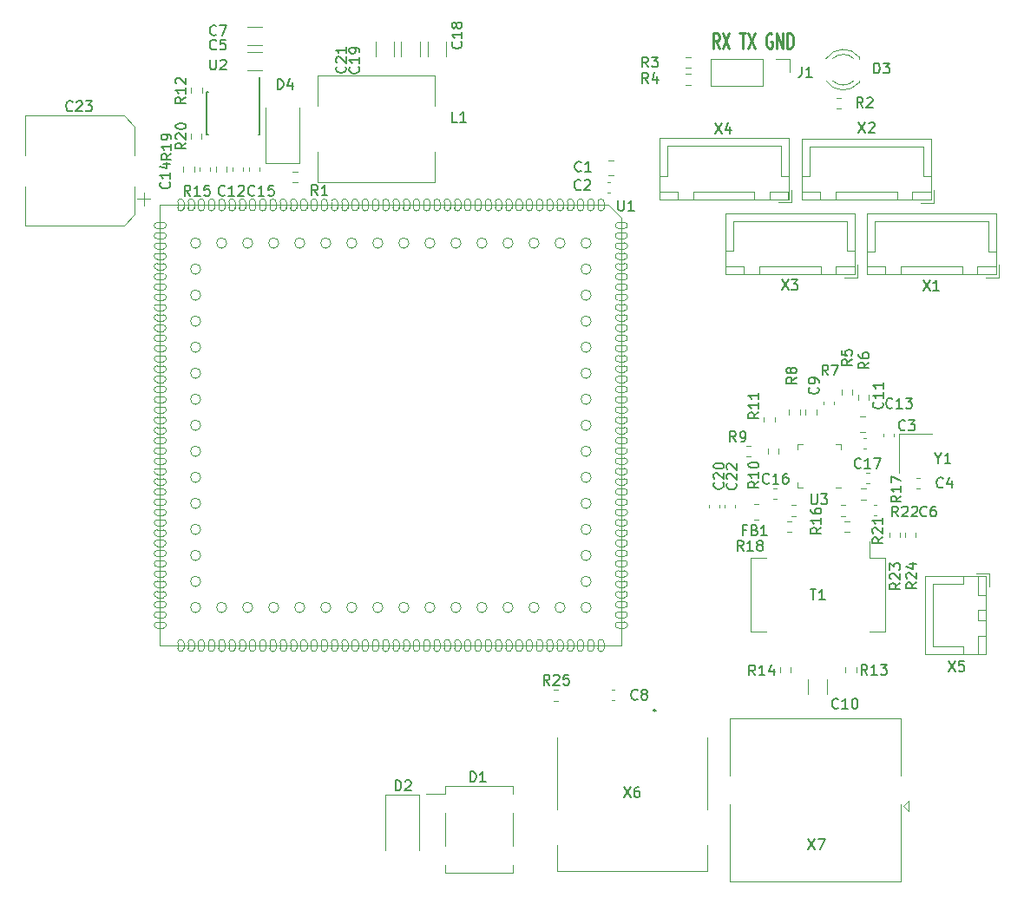
<source format=gto>
%TF.GenerationSoftware,KiCad,Pcbnew,6.0.11-2627ca5db0~126~ubuntu20.04.1*%
%TF.CreationDate,2023-02-16T00:02:20+06:00*%
%TF.ProjectId,Router_MCU,526f7574-6572-45f4-9d43-552e6b696361,rev?*%
%TF.SameCoordinates,PX6ef5c30PY494a350*%
%TF.FileFunction,Legend,Top*%
%TF.FilePolarity,Positive*%
%FSLAX46Y46*%
G04 Gerber Fmt 4.6, Leading zero omitted, Abs format (unit mm)*
G04 Created by KiCad (PCBNEW 6.0.11-2627ca5db0~126~ubuntu20.04.1) date 2023-02-16 00:02:20*
%MOMM*%
%LPD*%
G01*
G04 APERTURE LIST*
%ADD10C,0.250000*%
%ADD11C,0.150000*%
%ADD12C,0.120000*%
%ADD13C,0.100000*%
%ADD14C,0.200000*%
%ADD15C,0.050000*%
G04 APERTURE END LIST*
D10*
X66590476Y1521429D02*
X66257142Y2235715D01*
X66019047Y1521429D02*
X66019047Y3021429D01*
X66400000Y3021429D01*
X66495238Y2950000D01*
X66542857Y2878572D01*
X66590476Y2735715D01*
X66590476Y2521429D01*
X66542857Y2378572D01*
X66495238Y2307143D01*
X66400000Y2235715D01*
X66019047Y2235715D01*
X66923809Y3021429D02*
X67590476Y1521429D01*
X67590476Y3021429D02*
X66923809Y1521429D01*
X68590476Y3021429D02*
X69161904Y3021429D01*
X68876190Y1521429D02*
X68876190Y3021429D01*
X69400000Y3021429D02*
X70066666Y1521429D01*
X70066666Y3021429D02*
X69400000Y1521429D01*
X71733333Y2950000D02*
X71638095Y3021429D01*
X71495238Y3021429D01*
X71352380Y2950000D01*
X71257142Y2807143D01*
X71209523Y2664286D01*
X71161904Y2378572D01*
X71161904Y2164286D01*
X71209523Y1878572D01*
X71257142Y1735715D01*
X71352380Y1592858D01*
X71495238Y1521429D01*
X71590476Y1521429D01*
X71733333Y1592858D01*
X71780952Y1664286D01*
X71780952Y2164286D01*
X71590476Y2164286D01*
X72209523Y1521429D02*
X72209523Y3021429D01*
X72780952Y1521429D01*
X72780952Y3021429D01*
X73257142Y1521429D02*
X73257142Y3021429D01*
X73495238Y3021429D01*
X73638095Y2950000D01*
X73733333Y2807143D01*
X73780952Y2664286D01*
X73828571Y2378572D01*
X73828571Y2164286D01*
X73780952Y1878572D01*
X73733333Y1735715D01*
X73638095Y1592858D01*
X73495238Y1521429D01*
X73257142Y1521429D01*
D11*
%TO.C,C20*%
X66957142Y-40842857D02*
X67004761Y-40890476D01*
X67052380Y-41033333D01*
X67052380Y-41128571D01*
X67004761Y-41271428D01*
X66909523Y-41366666D01*
X66814285Y-41414285D01*
X66623809Y-41461904D01*
X66480952Y-41461904D01*
X66290476Y-41414285D01*
X66195238Y-41366666D01*
X66100000Y-41271428D01*
X66052380Y-41128571D01*
X66052380Y-41033333D01*
X66100000Y-40890476D01*
X66147619Y-40842857D01*
X66147619Y-40461904D02*
X66100000Y-40414285D01*
X66052380Y-40319047D01*
X66052380Y-40080952D01*
X66100000Y-39985714D01*
X66147619Y-39938095D01*
X66242857Y-39890476D01*
X66338095Y-39890476D01*
X66480952Y-39938095D01*
X67052380Y-40509523D01*
X67052380Y-39890476D01*
X66052380Y-39271428D02*
X66052380Y-39176190D01*
X66100000Y-39080952D01*
X66147619Y-39033333D01*
X66242857Y-38985714D01*
X66433333Y-38938095D01*
X66671428Y-38938095D01*
X66861904Y-38985714D01*
X66957142Y-39033333D01*
X67004761Y-39080952D01*
X67052380Y-39176190D01*
X67052380Y-39271428D01*
X67004761Y-39366666D01*
X66957142Y-39414285D01*
X66861904Y-39461904D01*
X66671428Y-39509523D01*
X66433333Y-39509523D01*
X66242857Y-39461904D01*
X66147619Y-39414285D01*
X66100000Y-39366666D01*
X66052380Y-39271428D01*
%TO.C,R2*%
X80633333Y-4252380D02*
X80300000Y-3776190D01*
X80061904Y-4252380D02*
X80061904Y-3252380D01*
X80442857Y-3252380D01*
X80538095Y-3300000D01*
X80585714Y-3347619D01*
X80633333Y-3442857D01*
X80633333Y-3585714D01*
X80585714Y-3680952D01*
X80538095Y-3728571D01*
X80442857Y-3776190D01*
X80061904Y-3776190D01*
X81014285Y-3347619D02*
X81061904Y-3300000D01*
X81157142Y-3252380D01*
X81395238Y-3252380D01*
X81490476Y-3300000D01*
X81538095Y-3347619D01*
X81585714Y-3442857D01*
X81585714Y-3538095D01*
X81538095Y-3680952D01*
X80966666Y-4252380D01*
X81585714Y-4252380D01*
%TO.C,C15*%
X21257142Y-12757142D02*
X21209523Y-12804761D01*
X21066666Y-12852380D01*
X20971428Y-12852380D01*
X20828571Y-12804761D01*
X20733333Y-12709523D01*
X20685714Y-12614285D01*
X20638095Y-12423809D01*
X20638095Y-12280952D01*
X20685714Y-12090476D01*
X20733333Y-11995238D01*
X20828571Y-11900000D01*
X20971428Y-11852380D01*
X21066666Y-11852380D01*
X21209523Y-11900000D01*
X21257142Y-11947619D01*
X22209523Y-12852380D02*
X21638095Y-12852380D01*
X21923809Y-12852380D02*
X21923809Y-11852380D01*
X21828571Y-11995238D01*
X21733333Y-12090476D01*
X21638095Y-12138095D01*
X23114285Y-11852380D02*
X22638095Y-11852380D01*
X22590476Y-12328571D01*
X22638095Y-12280952D01*
X22733333Y-12233333D01*
X22971428Y-12233333D01*
X23066666Y-12280952D01*
X23114285Y-12328571D01*
X23161904Y-12423809D01*
X23161904Y-12661904D01*
X23114285Y-12757142D01*
X23066666Y-12804761D01*
X22971428Y-12852380D01*
X22733333Y-12852380D01*
X22638095Y-12804761D01*
X22590476Y-12757142D01*
%TO.C,R11*%
X70452380Y-33992857D02*
X69976190Y-34326190D01*
X70452380Y-34564285D02*
X69452380Y-34564285D01*
X69452380Y-34183333D01*
X69500000Y-34088095D01*
X69547619Y-34040476D01*
X69642857Y-33992857D01*
X69785714Y-33992857D01*
X69880952Y-34040476D01*
X69928571Y-34088095D01*
X69976190Y-34183333D01*
X69976190Y-34564285D01*
X70452380Y-33040476D02*
X70452380Y-33611904D01*
X70452380Y-33326190D02*
X69452380Y-33326190D01*
X69595238Y-33421428D01*
X69690476Y-33516666D01*
X69738095Y-33611904D01*
X70452380Y-32088095D02*
X70452380Y-32659523D01*
X70452380Y-32373809D02*
X69452380Y-32373809D01*
X69595238Y-32469047D01*
X69690476Y-32564285D01*
X69738095Y-32659523D01*
%TO.C,R15*%
X15007142Y-12852380D02*
X14673809Y-12376190D01*
X14435714Y-12852380D02*
X14435714Y-11852380D01*
X14816666Y-11852380D01*
X14911904Y-11900000D01*
X14959523Y-11947619D01*
X15007142Y-12042857D01*
X15007142Y-12185714D01*
X14959523Y-12280952D01*
X14911904Y-12328571D01*
X14816666Y-12376190D01*
X14435714Y-12376190D01*
X15959523Y-12852380D02*
X15388095Y-12852380D01*
X15673809Y-12852380D02*
X15673809Y-11852380D01*
X15578571Y-11995238D01*
X15483333Y-12090476D01*
X15388095Y-12138095D01*
X16864285Y-11852380D02*
X16388095Y-11852380D01*
X16340476Y-12328571D01*
X16388095Y-12280952D01*
X16483333Y-12233333D01*
X16721428Y-12233333D01*
X16816666Y-12280952D01*
X16864285Y-12328571D01*
X16911904Y-12423809D01*
X16911904Y-12661904D01*
X16864285Y-12757142D01*
X16816666Y-12804761D01*
X16721428Y-12852380D01*
X16483333Y-12852380D01*
X16388095Y-12804761D01*
X16340476Y-12757142D01*
%TO.C,R17*%
X84352380Y-42142857D02*
X83876190Y-42476190D01*
X84352380Y-42714285D02*
X83352380Y-42714285D01*
X83352380Y-42333333D01*
X83400000Y-42238095D01*
X83447619Y-42190476D01*
X83542857Y-42142857D01*
X83685714Y-42142857D01*
X83780952Y-42190476D01*
X83828571Y-42238095D01*
X83876190Y-42333333D01*
X83876190Y-42714285D01*
X84352380Y-41190476D02*
X84352380Y-41761904D01*
X84352380Y-41476190D02*
X83352380Y-41476190D01*
X83495238Y-41571428D01*
X83590476Y-41666666D01*
X83638095Y-41761904D01*
X83352380Y-40857142D02*
X83352380Y-40190476D01*
X84352380Y-40619047D01*
%TO.C,X1*%
X86490476Y-21077380D02*
X87157142Y-22077380D01*
X87157142Y-21077380D02*
X86490476Y-22077380D01*
X88061904Y-22077380D02*
X87490476Y-22077380D01*
X87776190Y-22077380D02*
X87776190Y-21077380D01*
X87680952Y-21220238D01*
X87585714Y-21315476D01*
X87490476Y-21363095D01*
%TO.C,C19*%
X31407142Y-292857D02*
X31454761Y-340476D01*
X31502380Y-483333D01*
X31502380Y-578571D01*
X31454761Y-721428D01*
X31359523Y-816666D01*
X31264285Y-864285D01*
X31073809Y-911904D01*
X30930952Y-911904D01*
X30740476Y-864285D01*
X30645238Y-816666D01*
X30550000Y-721428D01*
X30502380Y-578571D01*
X30502380Y-483333D01*
X30550000Y-340476D01*
X30597619Y-292857D01*
X31502380Y659524D02*
X31502380Y88096D01*
X31502380Y373810D02*
X30502380Y373810D01*
X30645238Y278572D01*
X30740476Y183334D01*
X30788095Y88096D01*
X31502380Y1135715D02*
X31502380Y1326191D01*
X31454761Y1421429D01*
X31407142Y1469048D01*
X31264285Y1564286D01*
X31073809Y1611905D01*
X30692857Y1611905D01*
X30597619Y1564286D01*
X30550000Y1516667D01*
X30502380Y1421429D01*
X30502380Y1230953D01*
X30550000Y1135715D01*
X30597619Y1088096D01*
X30692857Y1040477D01*
X30930952Y1040477D01*
X31026190Y1088096D01*
X31073809Y1135715D01*
X31121428Y1230953D01*
X31121428Y1421429D01*
X31073809Y1516667D01*
X31026190Y1564286D01*
X30930952Y1611905D01*
%TO.C,X4*%
X66190476Y-5752380D02*
X66857142Y-6752380D01*
X66857142Y-5752380D02*
X66190476Y-6752380D01*
X67666666Y-6085714D02*
X67666666Y-6752380D01*
X67428571Y-5704761D02*
X67190476Y-6419047D01*
X67809523Y-6419047D01*
%TO.C,L1*%
X41033333Y-5652380D02*
X40557142Y-5652380D01*
X40557142Y-4652380D01*
X41890476Y-5652380D02*
X41319047Y-5652380D01*
X41604761Y-5652380D02*
X41604761Y-4652380D01*
X41509523Y-4795238D01*
X41414285Y-4890476D01*
X41319047Y-4938095D01*
%TO.C,C6*%
X86833333Y-44057142D02*
X86785714Y-44104761D01*
X86642857Y-44152380D01*
X86547619Y-44152380D01*
X86404761Y-44104761D01*
X86309523Y-44009523D01*
X86261904Y-43914285D01*
X86214285Y-43723809D01*
X86214285Y-43580952D01*
X86261904Y-43390476D01*
X86309523Y-43295238D01*
X86404761Y-43200000D01*
X86547619Y-43152380D01*
X86642857Y-43152380D01*
X86785714Y-43200000D01*
X86833333Y-43247619D01*
X87690476Y-43152380D02*
X87500000Y-43152380D01*
X87404761Y-43200000D01*
X87357142Y-43247619D01*
X87261904Y-43390476D01*
X87214285Y-43580952D01*
X87214285Y-43961904D01*
X87261904Y-44057142D01*
X87309523Y-44104761D01*
X87404761Y-44152380D01*
X87595238Y-44152380D01*
X87690476Y-44104761D01*
X87738095Y-44057142D01*
X87785714Y-43961904D01*
X87785714Y-43723809D01*
X87738095Y-43628571D01*
X87690476Y-43580952D01*
X87595238Y-43533333D01*
X87404761Y-43533333D01*
X87309523Y-43580952D01*
X87261904Y-43628571D01*
X87214285Y-43723809D01*
%TO.C,R16*%
X76552380Y-45242857D02*
X76076190Y-45576190D01*
X76552380Y-45814285D02*
X75552380Y-45814285D01*
X75552380Y-45433333D01*
X75600000Y-45338095D01*
X75647619Y-45290476D01*
X75742857Y-45242857D01*
X75885714Y-45242857D01*
X75980952Y-45290476D01*
X76028571Y-45338095D01*
X76076190Y-45433333D01*
X76076190Y-45814285D01*
X76552380Y-44290476D02*
X76552380Y-44861904D01*
X76552380Y-44576190D02*
X75552380Y-44576190D01*
X75695238Y-44671428D01*
X75790476Y-44766666D01*
X75838095Y-44861904D01*
X75552380Y-43433333D02*
X75552380Y-43623809D01*
X75600000Y-43719047D01*
X75647619Y-43766666D01*
X75790476Y-43861904D01*
X75980952Y-43909523D01*
X76361904Y-43909523D01*
X76457142Y-43861904D01*
X76504761Y-43814285D01*
X76552380Y-43719047D01*
X76552380Y-43528571D01*
X76504761Y-43433333D01*
X76457142Y-43385714D01*
X76361904Y-43338095D01*
X76123809Y-43338095D01*
X76028571Y-43385714D01*
X75980952Y-43433333D01*
X75933333Y-43528571D01*
X75933333Y-43719047D01*
X75980952Y-43814285D01*
X76028571Y-43861904D01*
X76123809Y-43909523D01*
%TO.C,C1*%
X53133333Y-10407142D02*
X53085714Y-10454761D01*
X52942857Y-10502380D01*
X52847619Y-10502380D01*
X52704761Y-10454761D01*
X52609523Y-10359523D01*
X52561904Y-10264285D01*
X52514285Y-10073809D01*
X52514285Y-9930952D01*
X52561904Y-9740476D01*
X52609523Y-9645238D01*
X52704761Y-9550000D01*
X52847619Y-9502380D01*
X52942857Y-9502380D01*
X53085714Y-9550000D01*
X53133333Y-9597619D01*
X54085714Y-10502380D02*
X53514285Y-10502380D01*
X53800000Y-10502380D02*
X53800000Y-9502380D01*
X53704761Y-9645238D01*
X53609523Y-9740476D01*
X53514285Y-9788095D01*
%TO.C,C7*%
X17533333Y2892858D02*
X17485714Y2845239D01*
X17342857Y2797620D01*
X17247619Y2797620D01*
X17104761Y2845239D01*
X17009523Y2940477D01*
X16961904Y3035715D01*
X16914285Y3226191D01*
X16914285Y3369048D01*
X16961904Y3559524D01*
X17009523Y3654762D01*
X17104761Y3750000D01*
X17247619Y3797620D01*
X17342857Y3797620D01*
X17485714Y3750000D01*
X17533333Y3702381D01*
X17866666Y3797620D02*
X18533333Y3797620D01*
X18104761Y2797620D01*
%TO.C,C10*%
X78207142Y-62807142D02*
X78159523Y-62854761D01*
X78016666Y-62902380D01*
X77921428Y-62902380D01*
X77778571Y-62854761D01*
X77683333Y-62759523D01*
X77635714Y-62664285D01*
X77588095Y-62473809D01*
X77588095Y-62330952D01*
X77635714Y-62140476D01*
X77683333Y-62045238D01*
X77778571Y-61950000D01*
X77921428Y-61902380D01*
X78016666Y-61902380D01*
X78159523Y-61950000D01*
X78207142Y-61997619D01*
X79159523Y-62902380D02*
X78588095Y-62902380D01*
X78873809Y-62902380D02*
X78873809Y-61902380D01*
X78778571Y-62045238D01*
X78683333Y-62140476D01*
X78588095Y-62188095D01*
X79778571Y-61902380D02*
X79873809Y-61902380D01*
X79969047Y-61950000D01*
X80016666Y-61997619D01*
X80064285Y-62092857D01*
X80111904Y-62283333D01*
X80111904Y-62521428D01*
X80064285Y-62711904D01*
X80016666Y-62807142D01*
X79969047Y-62854761D01*
X79873809Y-62902380D01*
X79778571Y-62902380D01*
X79683333Y-62854761D01*
X79635714Y-62807142D01*
X79588095Y-62711904D01*
X79540476Y-62521428D01*
X79540476Y-62283333D01*
X79588095Y-62092857D01*
X79635714Y-61997619D01*
X79683333Y-61950000D01*
X79778571Y-61902380D01*
%TO.C,U2*%
X16938095Y447620D02*
X16938095Y-361904D01*
X16985714Y-457142D01*
X17033333Y-504761D01*
X17128571Y-552380D01*
X17319047Y-552380D01*
X17414285Y-504761D01*
X17461904Y-457142D01*
X17509523Y-361904D01*
X17509523Y447620D01*
X17938095Y352381D02*
X17985714Y400000D01*
X18080952Y447620D01*
X18319047Y447620D01*
X18414285Y400000D01*
X18461904Y352381D01*
X18509523Y257143D01*
X18509523Y161905D01*
X18461904Y19048D01*
X17890476Y-552380D01*
X18509523Y-552380D01*
%TO.C,U3*%
X75588095Y-41964880D02*
X75588095Y-42774404D01*
X75635714Y-42869642D01*
X75683333Y-42917261D01*
X75778571Y-42964880D01*
X75969047Y-42964880D01*
X76064285Y-42917261D01*
X76111904Y-42869642D01*
X76159523Y-42774404D01*
X76159523Y-41964880D01*
X76540476Y-41964880D02*
X77159523Y-41964880D01*
X76826190Y-42345833D01*
X76969047Y-42345833D01*
X77064285Y-42393452D01*
X77111904Y-42441071D01*
X77159523Y-42536309D01*
X77159523Y-42774404D01*
X77111904Y-42869642D01*
X77064285Y-42917261D01*
X76969047Y-42964880D01*
X76683333Y-42964880D01*
X76588095Y-42917261D01*
X76540476Y-42869642D01*
%TO.C,D4*%
X23511904Y-2452380D02*
X23511904Y-1452380D01*
X23750000Y-1452380D01*
X23892857Y-1500000D01*
X23988095Y-1595238D01*
X24035714Y-1690476D01*
X24083333Y-1880952D01*
X24083333Y-2023809D01*
X24035714Y-2214285D01*
X23988095Y-2309523D01*
X23892857Y-2404761D01*
X23750000Y-2452380D01*
X23511904Y-2452380D01*
X24940476Y-1785714D02*
X24940476Y-2452380D01*
X24702380Y-1404761D02*
X24464285Y-2119047D01*
X25083333Y-2119047D01*
%TO.C,R9*%
X68233333Y-36852380D02*
X67900000Y-36376190D01*
X67661904Y-36852380D02*
X67661904Y-35852380D01*
X68042857Y-35852380D01*
X68138095Y-35900000D01*
X68185714Y-35947619D01*
X68233333Y-36042857D01*
X68233333Y-36185714D01*
X68185714Y-36280952D01*
X68138095Y-36328571D01*
X68042857Y-36376190D01*
X67661904Y-36376190D01*
X68709523Y-36852380D02*
X68900000Y-36852380D01*
X68995238Y-36804761D01*
X69042857Y-36757142D01*
X69138095Y-36614285D01*
X69185714Y-36423809D01*
X69185714Y-36042857D01*
X69138095Y-35947619D01*
X69090476Y-35900000D01*
X68995238Y-35852380D01*
X68804761Y-35852380D01*
X68709523Y-35900000D01*
X68661904Y-35947619D01*
X68614285Y-36042857D01*
X68614285Y-36280952D01*
X68661904Y-36376190D01*
X68709523Y-36423809D01*
X68804761Y-36471428D01*
X68995238Y-36471428D01*
X69090476Y-36423809D01*
X69138095Y-36376190D01*
X69185714Y-36280952D01*
%TO.C,R6*%
X81202380Y-29116666D02*
X80726190Y-29450000D01*
X81202380Y-29688095D02*
X80202380Y-29688095D01*
X80202380Y-29307142D01*
X80250000Y-29211904D01*
X80297619Y-29164285D01*
X80392857Y-29116666D01*
X80535714Y-29116666D01*
X80630952Y-29164285D01*
X80678571Y-29211904D01*
X80726190Y-29307142D01*
X80726190Y-29688095D01*
X80202380Y-28259523D02*
X80202380Y-28450000D01*
X80250000Y-28545238D01*
X80297619Y-28592857D01*
X80440476Y-28688095D01*
X80630952Y-28735714D01*
X81011904Y-28735714D01*
X81107142Y-28688095D01*
X81154761Y-28640476D01*
X81202380Y-28545238D01*
X81202380Y-28354761D01*
X81154761Y-28259523D01*
X81107142Y-28211904D01*
X81011904Y-28164285D01*
X80773809Y-28164285D01*
X80678571Y-28211904D01*
X80630952Y-28259523D01*
X80583333Y-28354761D01*
X80583333Y-28545238D01*
X80630952Y-28640476D01*
X80678571Y-28688095D01*
X80773809Y-28735714D01*
%TO.C,X5*%
X88965476Y-58252380D02*
X89632142Y-59252380D01*
X89632142Y-58252380D02*
X88965476Y-59252380D01*
X90489285Y-58252380D02*
X90013095Y-58252380D01*
X89965476Y-58728571D01*
X90013095Y-58680952D01*
X90108333Y-58633333D01*
X90346428Y-58633333D01*
X90441666Y-58680952D01*
X90489285Y-58728571D01*
X90536904Y-58823809D01*
X90536904Y-59061904D01*
X90489285Y-59157142D01*
X90441666Y-59204761D01*
X90346428Y-59252380D01*
X90108333Y-59252380D01*
X90013095Y-59204761D01*
X89965476Y-59157142D01*
%TO.C,C18*%
X41407142Y2157143D02*
X41454761Y2109524D01*
X41502380Y1966667D01*
X41502380Y1871429D01*
X41454761Y1728572D01*
X41359523Y1633334D01*
X41264285Y1585715D01*
X41073809Y1538096D01*
X40930952Y1538096D01*
X40740476Y1585715D01*
X40645238Y1633334D01*
X40550000Y1728572D01*
X40502380Y1871429D01*
X40502380Y1966667D01*
X40550000Y2109524D01*
X40597619Y2157143D01*
X41502380Y3109524D02*
X41502380Y2538096D01*
X41502380Y2823810D02*
X40502380Y2823810D01*
X40645238Y2728572D01*
X40740476Y2633334D01*
X40788095Y2538096D01*
X40930952Y3680953D02*
X40883333Y3585715D01*
X40835714Y3538096D01*
X40740476Y3490477D01*
X40692857Y3490477D01*
X40597619Y3538096D01*
X40550000Y3585715D01*
X40502380Y3680953D01*
X40502380Y3871429D01*
X40550000Y3966667D01*
X40597619Y4014286D01*
X40692857Y4061905D01*
X40740476Y4061905D01*
X40835714Y4014286D01*
X40883333Y3966667D01*
X40930952Y3871429D01*
X40930952Y3680953D01*
X40978571Y3585715D01*
X41026190Y3538096D01*
X41121428Y3490477D01*
X41311904Y3490477D01*
X41407142Y3538096D01*
X41454761Y3585715D01*
X41502380Y3680953D01*
X41502380Y3871429D01*
X41454761Y3966667D01*
X41407142Y4014286D01*
X41311904Y4061905D01*
X41121428Y4061905D01*
X41026190Y4014286D01*
X40978571Y3966667D01*
X40930952Y3871429D01*
%TO.C,R25*%
X50057142Y-60602380D02*
X49723809Y-60126190D01*
X49485714Y-60602380D02*
X49485714Y-59602380D01*
X49866666Y-59602380D01*
X49961904Y-59650000D01*
X50009523Y-59697619D01*
X50057142Y-59792857D01*
X50057142Y-59935714D01*
X50009523Y-60030952D01*
X49961904Y-60078571D01*
X49866666Y-60126190D01*
X49485714Y-60126190D01*
X50438095Y-59697619D02*
X50485714Y-59650000D01*
X50580952Y-59602380D01*
X50819047Y-59602380D01*
X50914285Y-59650000D01*
X50961904Y-59697619D01*
X51009523Y-59792857D01*
X51009523Y-59888095D01*
X50961904Y-60030952D01*
X50390476Y-60602380D01*
X51009523Y-60602380D01*
X51914285Y-59602380D02*
X51438095Y-59602380D01*
X51390476Y-60078571D01*
X51438095Y-60030952D01*
X51533333Y-59983333D01*
X51771428Y-59983333D01*
X51866666Y-60030952D01*
X51914285Y-60078571D01*
X51961904Y-60173809D01*
X51961904Y-60411904D01*
X51914285Y-60507142D01*
X51866666Y-60554761D01*
X51771428Y-60602380D01*
X51533333Y-60602380D01*
X51438095Y-60554761D01*
X51390476Y-60507142D01*
%TO.C,C2*%
X53083333Y-12207142D02*
X53035714Y-12254761D01*
X52892857Y-12302380D01*
X52797619Y-12302380D01*
X52654761Y-12254761D01*
X52559523Y-12159523D01*
X52511904Y-12064285D01*
X52464285Y-11873809D01*
X52464285Y-11730952D01*
X52511904Y-11540476D01*
X52559523Y-11445238D01*
X52654761Y-11350000D01*
X52797619Y-11302380D01*
X52892857Y-11302380D01*
X53035714Y-11350000D01*
X53083333Y-11397619D01*
X53464285Y-11397619D02*
X53511904Y-11350000D01*
X53607142Y-11302380D01*
X53845238Y-11302380D01*
X53940476Y-11350000D01*
X53988095Y-11397619D01*
X54035714Y-11492857D01*
X54035714Y-11588095D01*
X53988095Y-11730952D01*
X53416666Y-12302380D01*
X54035714Y-12302380D01*
%TO.C,R24*%
X85852380Y-50592857D02*
X85376190Y-50926190D01*
X85852380Y-51164285D02*
X84852380Y-51164285D01*
X84852380Y-50783333D01*
X84900000Y-50688095D01*
X84947619Y-50640476D01*
X85042857Y-50592857D01*
X85185714Y-50592857D01*
X85280952Y-50640476D01*
X85328571Y-50688095D01*
X85376190Y-50783333D01*
X85376190Y-51164285D01*
X84947619Y-50211904D02*
X84900000Y-50164285D01*
X84852380Y-50069047D01*
X84852380Y-49830952D01*
X84900000Y-49735714D01*
X84947619Y-49688095D01*
X85042857Y-49640476D01*
X85138095Y-49640476D01*
X85280952Y-49688095D01*
X85852380Y-50259523D01*
X85852380Y-49640476D01*
X85185714Y-48783333D02*
X85852380Y-48783333D01*
X84804761Y-49021428D02*
X85519047Y-49259523D01*
X85519047Y-48640476D01*
%TO.C,D3*%
X81711904Y-902380D02*
X81711904Y97620D01*
X81950000Y97620D01*
X82092857Y50000D01*
X82188095Y-45238D01*
X82235714Y-140476D01*
X82283333Y-330952D01*
X82283333Y-473809D01*
X82235714Y-664285D01*
X82188095Y-759523D01*
X82092857Y-854761D01*
X81950000Y-902380D01*
X81711904Y-902380D01*
X82616666Y97620D02*
X83235714Y97620D01*
X82902380Y-283333D01*
X83045238Y-283333D01*
X83140476Y-330952D01*
X83188095Y-378571D01*
X83235714Y-473809D01*
X83235714Y-711904D01*
X83188095Y-807142D01*
X83140476Y-854761D01*
X83045238Y-902380D01*
X82759523Y-902380D01*
X82664285Y-854761D01*
X82616666Y-807142D01*
%TO.C,C9*%
X76227142Y-31566666D02*
X76274761Y-31614285D01*
X76322380Y-31757142D01*
X76322380Y-31852380D01*
X76274761Y-31995238D01*
X76179523Y-32090476D01*
X76084285Y-32138095D01*
X75893809Y-32185714D01*
X75750952Y-32185714D01*
X75560476Y-32138095D01*
X75465238Y-32090476D01*
X75370000Y-31995238D01*
X75322380Y-31852380D01*
X75322380Y-31757142D01*
X75370000Y-31614285D01*
X75417619Y-31566666D01*
X76322380Y-31090476D02*
X76322380Y-30900000D01*
X76274761Y-30804761D01*
X76227142Y-30757142D01*
X76084285Y-30661904D01*
X75893809Y-30614285D01*
X75512857Y-30614285D01*
X75417619Y-30661904D01*
X75370000Y-30709523D01*
X75322380Y-30804761D01*
X75322380Y-30995238D01*
X75370000Y-31090476D01*
X75417619Y-31138095D01*
X75512857Y-31185714D01*
X75750952Y-31185714D01*
X75846190Y-31138095D01*
X75893809Y-31090476D01*
X75941428Y-30995238D01*
X75941428Y-30804761D01*
X75893809Y-30709523D01*
X75846190Y-30661904D01*
X75750952Y-30614285D01*
%TO.C,C12*%
X18357142Y-12757142D02*
X18309523Y-12804761D01*
X18166666Y-12852380D01*
X18071428Y-12852380D01*
X17928571Y-12804761D01*
X17833333Y-12709523D01*
X17785714Y-12614285D01*
X17738095Y-12423809D01*
X17738095Y-12280952D01*
X17785714Y-12090476D01*
X17833333Y-11995238D01*
X17928571Y-11900000D01*
X18071428Y-11852380D01*
X18166666Y-11852380D01*
X18309523Y-11900000D01*
X18357142Y-11947619D01*
X19309523Y-12852380D02*
X18738095Y-12852380D01*
X19023809Y-12852380D02*
X19023809Y-11852380D01*
X18928571Y-11995238D01*
X18833333Y-12090476D01*
X18738095Y-12138095D01*
X19690476Y-11947619D02*
X19738095Y-11900000D01*
X19833333Y-11852380D01*
X20071428Y-11852380D01*
X20166666Y-11900000D01*
X20214285Y-11947619D01*
X20261904Y-12042857D01*
X20261904Y-12138095D01*
X20214285Y-12280952D01*
X19642857Y-12852380D01*
X20261904Y-12852380D01*
%TO.C,R7*%
X77233333Y-30352380D02*
X76900000Y-29876190D01*
X76661904Y-30352380D02*
X76661904Y-29352380D01*
X77042857Y-29352380D01*
X77138095Y-29400000D01*
X77185714Y-29447619D01*
X77233333Y-29542857D01*
X77233333Y-29685714D01*
X77185714Y-29780952D01*
X77138095Y-29828571D01*
X77042857Y-29876190D01*
X76661904Y-29876190D01*
X77566666Y-29352380D02*
X78233333Y-29352380D01*
X77804761Y-30352380D01*
%TO.C,X3*%
X72690476Y-21052380D02*
X73357142Y-22052380D01*
X73357142Y-21052380D02*
X72690476Y-22052380D01*
X73642857Y-21052380D02*
X74261904Y-21052380D01*
X73928571Y-21433333D01*
X74071428Y-21433333D01*
X74166666Y-21480952D01*
X74214285Y-21528571D01*
X74261904Y-21623809D01*
X74261904Y-21861904D01*
X74214285Y-21957142D01*
X74166666Y-22004761D01*
X74071428Y-22052380D01*
X73785714Y-22052380D01*
X73690476Y-22004761D01*
X73642857Y-21957142D01*
%TO.C,C8*%
X58633333Y-61957142D02*
X58585714Y-62004761D01*
X58442857Y-62052380D01*
X58347619Y-62052380D01*
X58204761Y-62004761D01*
X58109523Y-61909523D01*
X58061904Y-61814285D01*
X58014285Y-61623809D01*
X58014285Y-61480952D01*
X58061904Y-61290476D01*
X58109523Y-61195238D01*
X58204761Y-61100000D01*
X58347619Y-61052380D01*
X58442857Y-61052380D01*
X58585714Y-61100000D01*
X58633333Y-61147619D01*
X59204761Y-61480952D02*
X59109523Y-61433333D01*
X59061904Y-61385714D01*
X59014285Y-61290476D01*
X59014285Y-61242857D01*
X59061904Y-61147619D01*
X59109523Y-61100000D01*
X59204761Y-61052380D01*
X59395238Y-61052380D01*
X59490476Y-61100000D01*
X59538095Y-61147619D01*
X59585714Y-61242857D01*
X59585714Y-61290476D01*
X59538095Y-61385714D01*
X59490476Y-61433333D01*
X59395238Y-61480952D01*
X59204761Y-61480952D01*
X59109523Y-61528571D01*
X59061904Y-61576190D01*
X59014285Y-61671428D01*
X59014285Y-61861904D01*
X59061904Y-61957142D01*
X59109523Y-62004761D01*
X59204761Y-62052380D01*
X59395238Y-62052380D01*
X59490476Y-62004761D01*
X59538095Y-61957142D01*
X59585714Y-61861904D01*
X59585714Y-61671428D01*
X59538095Y-61576190D01*
X59490476Y-61528571D01*
X59395238Y-61480952D01*
%TO.C,Y1*%
X87973809Y-38476190D02*
X87973809Y-38952380D01*
X87640476Y-37952380D02*
X87973809Y-38476190D01*
X88307142Y-37952380D01*
X89164285Y-38952380D02*
X88592857Y-38952380D01*
X88878571Y-38952380D02*
X88878571Y-37952380D01*
X88783333Y-38095238D01*
X88688095Y-38190476D01*
X88592857Y-38238095D01*
%TO.C,R10*%
X70452380Y-40742857D02*
X69976190Y-41076190D01*
X70452380Y-41314285D02*
X69452380Y-41314285D01*
X69452380Y-40933333D01*
X69500000Y-40838095D01*
X69547619Y-40790476D01*
X69642857Y-40742857D01*
X69785714Y-40742857D01*
X69880952Y-40790476D01*
X69928571Y-40838095D01*
X69976190Y-40933333D01*
X69976190Y-41314285D01*
X70452380Y-39790476D02*
X70452380Y-40361904D01*
X70452380Y-40076190D02*
X69452380Y-40076190D01*
X69595238Y-40171428D01*
X69690476Y-40266666D01*
X69738095Y-40361904D01*
X69452380Y-39171428D02*
X69452380Y-39076190D01*
X69500000Y-38980952D01*
X69547619Y-38933333D01*
X69642857Y-38885714D01*
X69833333Y-38838095D01*
X70071428Y-38838095D01*
X70261904Y-38885714D01*
X70357142Y-38933333D01*
X70404761Y-38980952D01*
X70452380Y-39076190D01*
X70452380Y-39171428D01*
X70404761Y-39266666D01*
X70357142Y-39314285D01*
X70261904Y-39361904D01*
X70071428Y-39409523D01*
X69833333Y-39409523D01*
X69642857Y-39361904D01*
X69547619Y-39314285D01*
X69500000Y-39266666D01*
X69452380Y-39171428D01*
%TO.C,C21*%
X30107142Y-242857D02*
X30154761Y-290476D01*
X30202380Y-433333D01*
X30202380Y-528571D01*
X30154761Y-671428D01*
X30059523Y-766666D01*
X29964285Y-814285D01*
X29773809Y-861904D01*
X29630952Y-861904D01*
X29440476Y-814285D01*
X29345238Y-766666D01*
X29250000Y-671428D01*
X29202380Y-528571D01*
X29202380Y-433333D01*
X29250000Y-290476D01*
X29297619Y-242857D01*
X29297619Y138096D02*
X29250000Y185715D01*
X29202380Y280953D01*
X29202380Y519048D01*
X29250000Y614286D01*
X29297619Y661905D01*
X29392857Y709524D01*
X29488095Y709524D01*
X29630952Y661905D01*
X30202380Y90477D01*
X30202380Y709524D01*
X30202380Y1661905D02*
X30202380Y1090477D01*
X30202380Y1376191D02*
X29202380Y1376191D01*
X29345238Y1280953D01*
X29440476Y1185715D01*
X29488095Y1090477D01*
%TO.C,R22*%
X84057142Y-44152380D02*
X83723809Y-43676190D01*
X83485714Y-44152380D02*
X83485714Y-43152380D01*
X83866666Y-43152380D01*
X83961904Y-43200000D01*
X84009523Y-43247619D01*
X84057142Y-43342857D01*
X84057142Y-43485714D01*
X84009523Y-43580952D01*
X83961904Y-43628571D01*
X83866666Y-43676190D01*
X83485714Y-43676190D01*
X84438095Y-43247619D02*
X84485714Y-43200000D01*
X84580952Y-43152380D01*
X84819047Y-43152380D01*
X84914285Y-43200000D01*
X84961904Y-43247619D01*
X85009523Y-43342857D01*
X85009523Y-43438095D01*
X84961904Y-43580952D01*
X84390476Y-44152380D01*
X85009523Y-44152380D01*
X85390476Y-43247619D02*
X85438095Y-43200000D01*
X85533333Y-43152380D01*
X85771428Y-43152380D01*
X85866666Y-43200000D01*
X85914285Y-43247619D01*
X85961904Y-43342857D01*
X85961904Y-43438095D01*
X85914285Y-43580952D01*
X85342857Y-44152380D01*
X85961904Y-44152380D01*
%TO.C,R19*%
X13152380Y-8742857D02*
X12676190Y-9076190D01*
X13152380Y-9314285D02*
X12152380Y-9314285D01*
X12152380Y-8933333D01*
X12200000Y-8838095D01*
X12247619Y-8790476D01*
X12342857Y-8742857D01*
X12485714Y-8742857D01*
X12580952Y-8790476D01*
X12628571Y-8838095D01*
X12676190Y-8933333D01*
X12676190Y-9314285D01*
X13152380Y-7790476D02*
X13152380Y-8361904D01*
X13152380Y-8076190D02*
X12152380Y-8076190D01*
X12295238Y-8171428D01*
X12390476Y-8266666D01*
X12438095Y-8361904D01*
X13152380Y-7314285D02*
X13152380Y-7123809D01*
X13104761Y-7028571D01*
X13057142Y-6980952D01*
X12914285Y-6885714D01*
X12723809Y-6838095D01*
X12342857Y-6838095D01*
X12247619Y-6885714D01*
X12200000Y-6933333D01*
X12152380Y-7028571D01*
X12152380Y-7219047D01*
X12200000Y-7314285D01*
X12247619Y-7361904D01*
X12342857Y-7409523D01*
X12580952Y-7409523D01*
X12676190Y-7361904D01*
X12723809Y-7314285D01*
X12771428Y-7219047D01*
X12771428Y-7028571D01*
X12723809Y-6933333D01*
X12676190Y-6885714D01*
X12580952Y-6838095D01*
%TO.C,R4*%
X59683333Y-1852380D02*
X59350000Y-1376190D01*
X59111904Y-1852380D02*
X59111904Y-852380D01*
X59492857Y-852380D01*
X59588095Y-900000D01*
X59635714Y-947619D01*
X59683333Y-1042857D01*
X59683333Y-1185714D01*
X59635714Y-1280952D01*
X59588095Y-1328571D01*
X59492857Y-1376190D01*
X59111904Y-1376190D01*
X60540476Y-1185714D02*
X60540476Y-1852380D01*
X60302380Y-804761D02*
X60064285Y-1519047D01*
X60683333Y-1519047D01*
%TO.C,R5*%
X79552380Y-28816666D02*
X79076190Y-29150000D01*
X79552380Y-29388095D02*
X78552380Y-29388095D01*
X78552380Y-29007142D01*
X78600000Y-28911904D01*
X78647619Y-28864285D01*
X78742857Y-28816666D01*
X78885714Y-28816666D01*
X78980952Y-28864285D01*
X79028571Y-28911904D01*
X79076190Y-29007142D01*
X79076190Y-29388095D01*
X78552380Y-27911904D02*
X78552380Y-28388095D01*
X79028571Y-28435714D01*
X78980952Y-28388095D01*
X78933333Y-28292857D01*
X78933333Y-28054761D01*
X78980952Y-27959523D01*
X79028571Y-27911904D01*
X79123809Y-27864285D01*
X79361904Y-27864285D01*
X79457142Y-27911904D01*
X79504761Y-27959523D01*
X79552380Y-28054761D01*
X79552380Y-28292857D01*
X79504761Y-28388095D01*
X79457142Y-28435714D01*
%TO.C,C11*%
X82507142Y-32992857D02*
X82554761Y-33040476D01*
X82602380Y-33183333D01*
X82602380Y-33278571D01*
X82554761Y-33421428D01*
X82459523Y-33516666D01*
X82364285Y-33564285D01*
X82173809Y-33611904D01*
X82030952Y-33611904D01*
X81840476Y-33564285D01*
X81745238Y-33516666D01*
X81650000Y-33421428D01*
X81602380Y-33278571D01*
X81602380Y-33183333D01*
X81650000Y-33040476D01*
X81697619Y-32992857D01*
X82602380Y-32040476D02*
X82602380Y-32611904D01*
X82602380Y-32326190D02*
X81602380Y-32326190D01*
X81745238Y-32421428D01*
X81840476Y-32516666D01*
X81888095Y-32611904D01*
X82602380Y-31088095D02*
X82602380Y-31659523D01*
X82602380Y-31373809D02*
X81602380Y-31373809D01*
X81745238Y-31469047D01*
X81840476Y-31564285D01*
X81888095Y-31659523D01*
%TO.C,C17*%
X80407142Y-39357142D02*
X80359523Y-39404761D01*
X80216666Y-39452380D01*
X80121428Y-39452380D01*
X79978571Y-39404761D01*
X79883333Y-39309523D01*
X79835714Y-39214285D01*
X79788095Y-39023809D01*
X79788095Y-38880952D01*
X79835714Y-38690476D01*
X79883333Y-38595238D01*
X79978571Y-38500000D01*
X80121428Y-38452380D01*
X80216666Y-38452380D01*
X80359523Y-38500000D01*
X80407142Y-38547619D01*
X81359523Y-39452380D02*
X80788095Y-39452380D01*
X81073809Y-39452380D02*
X81073809Y-38452380D01*
X80978571Y-38595238D01*
X80883333Y-38690476D01*
X80788095Y-38738095D01*
X81692857Y-38452380D02*
X82359523Y-38452380D01*
X81930952Y-39452380D01*
%TO.C,C13*%
X83507142Y-33507142D02*
X83459523Y-33554761D01*
X83316666Y-33602380D01*
X83221428Y-33602380D01*
X83078571Y-33554761D01*
X82983333Y-33459523D01*
X82935714Y-33364285D01*
X82888095Y-33173809D01*
X82888095Y-33030952D01*
X82935714Y-32840476D01*
X82983333Y-32745238D01*
X83078571Y-32650000D01*
X83221428Y-32602380D01*
X83316666Y-32602380D01*
X83459523Y-32650000D01*
X83507142Y-32697619D01*
X84459523Y-33602380D02*
X83888095Y-33602380D01*
X84173809Y-33602380D02*
X84173809Y-32602380D01*
X84078571Y-32745238D01*
X83983333Y-32840476D01*
X83888095Y-32888095D01*
X84792857Y-32602380D02*
X85411904Y-32602380D01*
X85078571Y-32983333D01*
X85221428Y-32983333D01*
X85316666Y-33030952D01*
X85364285Y-33078571D01*
X85411904Y-33173809D01*
X85411904Y-33411904D01*
X85364285Y-33507142D01*
X85316666Y-33554761D01*
X85221428Y-33602380D01*
X84935714Y-33602380D01*
X84840476Y-33554761D01*
X84792857Y-33507142D01*
%TO.C,FB1*%
X69216666Y-45478571D02*
X68883333Y-45478571D01*
X68883333Y-46002380D02*
X68883333Y-45002380D01*
X69359523Y-45002380D01*
X70073809Y-45478571D02*
X70216666Y-45526190D01*
X70264285Y-45573809D01*
X70311904Y-45669047D01*
X70311904Y-45811904D01*
X70264285Y-45907142D01*
X70216666Y-45954761D01*
X70121428Y-46002380D01*
X69740476Y-46002380D01*
X69740476Y-45002380D01*
X70073809Y-45002380D01*
X70169047Y-45050000D01*
X70216666Y-45097619D01*
X70264285Y-45192857D01*
X70264285Y-45288095D01*
X70216666Y-45383333D01*
X70169047Y-45430952D01*
X70073809Y-45478571D01*
X69740476Y-45478571D01*
X71264285Y-46002380D02*
X70692857Y-46002380D01*
X70978571Y-46002380D02*
X70978571Y-45002380D01*
X70883333Y-45145238D01*
X70788095Y-45240476D01*
X70692857Y-45288095D01*
%TO.C,R1*%
X27433333Y-12802380D02*
X27100000Y-12326190D01*
X26861904Y-12802380D02*
X26861904Y-11802380D01*
X27242857Y-11802380D01*
X27338095Y-11850000D01*
X27385714Y-11897619D01*
X27433333Y-11992857D01*
X27433333Y-12135714D01*
X27385714Y-12230952D01*
X27338095Y-12278571D01*
X27242857Y-12326190D01*
X26861904Y-12326190D01*
X28385714Y-12802380D02*
X27814285Y-12802380D01*
X28100000Y-12802380D02*
X28100000Y-11802380D01*
X28004761Y-11945238D01*
X27909523Y-12040476D01*
X27814285Y-12088095D01*
%TO.C,C23*%
X3507142Y-4507142D02*
X3459523Y-4554761D01*
X3316666Y-4602380D01*
X3221428Y-4602380D01*
X3078571Y-4554761D01*
X2983333Y-4459523D01*
X2935714Y-4364285D01*
X2888095Y-4173809D01*
X2888095Y-4030952D01*
X2935714Y-3840476D01*
X2983333Y-3745238D01*
X3078571Y-3650000D01*
X3221428Y-3602380D01*
X3316666Y-3602380D01*
X3459523Y-3650000D01*
X3507142Y-3697619D01*
X3888095Y-3697619D02*
X3935714Y-3650000D01*
X4030952Y-3602380D01*
X4269047Y-3602380D01*
X4364285Y-3650000D01*
X4411904Y-3697619D01*
X4459523Y-3792857D01*
X4459523Y-3888095D01*
X4411904Y-4030952D01*
X3840476Y-4602380D01*
X4459523Y-4602380D01*
X4792857Y-3602380D02*
X5411904Y-3602380D01*
X5078571Y-3983333D01*
X5221428Y-3983333D01*
X5316666Y-4030952D01*
X5364285Y-4078571D01*
X5411904Y-4173809D01*
X5411904Y-4411904D01*
X5364285Y-4507142D01*
X5316666Y-4554761D01*
X5221428Y-4602380D01*
X4935714Y-4602380D01*
X4840476Y-4554761D01*
X4792857Y-4507142D01*
%TO.C,R18*%
X68957142Y-47502380D02*
X68623809Y-47026190D01*
X68385714Y-47502380D02*
X68385714Y-46502380D01*
X68766666Y-46502380D01*
X68861904Y-46550000D01*
X68909523Y-46597619D01*
X68957142Y-46692857D01*
X68957142Y-46835714D01*
X68909523Y-46930952D01*
X68861904Y-46978571D01*
X68766666Y-47026190D01*
X68385714Y-47026190D01*
X69909523Y-47502380D02*
X69338095Y-47502380D01*
X69623809Y-47502380D02*
X69623809Y-46502380D01*
X69528571Y-46645238D01*
X69433333Y-46740476D01*
X69338095Y-46788095D01*
X70480952Y-46930952D02*
X70385714Y-46883333D01*
X70338095Y-46835714D01*
X70290476Y-46740476D01*
X70290476Y-46692857D01*
X70338095Y-46597619D01*
X70385714Y-46550000D01*
X70480952Y-46502380D01*
X70671428Y-46502380D01*
X70766666Y-46550000D01*
X70814285Y-46597619D01*
X70861904Y-46692857D01*
X70861904Y-46740476D01*
X70814285Y-46835714D01*
X70766666Y-46883333D01*
X70671428Y-46930952D01*
X70480952Y-46930952D01*
X70385714Y-46978571D01*
X70338095Y-47026190D01*
X70290476Y-47121428D01*
X70290476Y-47311904D01*
X70338095Y-47407142D01*
X70385714Y-47454761D01*
X70480952Y-47502380D01*
X70671428Y-47502380D01*
X70766666Y-47454761D01*
X70814285Y-47407142D01*
X70861904Y-47311904D01*
X70861904Y-47121428D01*
X70814285Y-47026190D01*
X70766666Y-46978571D01*
X70671428Y-46930952D01*
%TO.C,X2*%
X80190476Y-5702380D02*
X80857142Y-6702380D01*
X80857142Y-5702380D02*
X80190476Y-6702380D01*
X81190476Y-5797619D02*
X81238095Y-5750000D01*
X81333333Y-5702380D01*
X81571428Y-5702380D01*
X81666666Y-5750000D01*
X81714285Y-5797619D01*
X81761904Y-5892857D01*
X81761904Y-5988095D01*
X81714285Y-6130952D01*
X81142857Y-6702380D01*
X81761904Y-6702380D01*
%TO.C,R20*%
X14572380Y-7692857D02*
X14096190Y-8026190D01*
X14572380Y-8264285D02*
X13572380Y-8264285D01*
X13572380Y-7883333D01*
X13620000Y-7788095D01*
X13667619Y-7740476D01*
X13762857Y-7692857D01*
X13905714Y-7692857D01*
X14000952Y-7740476D01*
X14048571Y-7788095D01*
X14096190Y-7883333D01*
X14096190Y-8264285D01*
X13667619Y-7311904D02*
X13620000Y-7264285D01*
X13572380Y-7169047D01*
X13572380Y-6930952D01*
X13620000Y-6835714D01*
X13667619Y-6788095D01*
X13762857Y-6740476D01*
X13858095Y-6740476D01*
X14000952Y-6788095D01*
X14572380Y-7359523D01*
X14572380Y-6740476D01*
X13572380Y-6121428D02*
X13572380Y-6026190D01*
X13620000Y-5930952D01*
X13667619Y-5883333D01*
X13762857Y-5835714D01*
X13953333Y-5788095D01*
X14191428Y-5788095D01*
X14381904Y-5835714D01*
X14477142Y-5883333D01*
X14524761Y-5930952D01*
X14572380Y-6026190D01*
X14572380Y-6121428D01*
X14524761Y-6216666D01*
X14477142Y-6264285D01*
X14381904Y-6311904D01*
X14191428Y-6359523D01*
X13953333Y-6359523D01*
X13762857Y-6311904D01*
X13667619Y-6264285D01*
X13620000Y-6216666D01*
X13572380Y-6121428D01*
%TO.C,D1*%
X42311904Y-70052380D02*
X42311904Y-69052380D01*
X42550000Y-69052380D01*
X42692857Y-69100000D01*
X42788095Y-69195238D01*
X42835714Y-69290476D01*
X42883333Y-69480952D01*
X42883333Y-69623809D01*
X42835714Y-69814285D01*
X42788095Y-69909523D01*
X42692857Y-70004761D01*
X42550000Y-70052380D01*
X42311904Y-70052380D01*
X43835714Y-70052380D02*
X43264285Y-70052380D01*
X43550000Y-70052380D02*
X43550000Y-69052380D01*
X43454761Y-69195238D01*
X43359523Y-69290476D01*
X43264285Y-69338095D01*
%TO.C,J1*%
X74666666Y-252380D02*
X74666666Y-966666D01*
X74619047Y-1109523D01*
X74523809Y-1204761D01*
X74380952Y-1252380D01*
X74285714Y-1252380D01*
X75666666Y-1252380D02*
X75095238Y-1252380D01*
X75380952Y-1252380D02*
X75380952Y-252380D01*
X75285714Y-395238D01*
X75190476Y-490476D01*
X75095238Y-538095D01*
%TO.C,R23*%
X84252380Y-50642857D02*
X83776190Y-50976190D01*
X84252380Y-51214285D02*
X83252380Y-51214285D01*
X83252380Y-50833333D01*
X83300000Y-50738095D01*
X83347619Y-50690476D01*
X83442857Y-50642857D01*
X83585714Y-50642857D01*
X83680952Y-50690476D01*
X83728571Y-50738095D01*
X83776190Y-50833333D01*
X83776190Y-51214285D01*
X83347619Y-50261904D02*
X83300000Y-50214285D01*
X83252380Y-50119047D01*
X83252380Y-49880952D01*
X83300000Y-49785714D01*
X83347619Y-49738095D01*
X83442857Y-49690476D01*
X83538095Y-49690476D01*
X83680952Y-49738095D01*
X84252380Y-50309523D01*
X84252380Y-49690476D01*
X83252380Y-49357142D02*
X83252380Y-48738095D01*
X83633333Y-49071428D01*
X83633333Y-48928571D01*
X83680952Y-48833333D01*
X83728571Y-48785714D01*
X83823809Y-48738095D01*
X84061904Y-48738095D01*
X84157142Y-48785714D01*
X84204761Y-48833333D01*
X84252380Y-48928571D01*
X84252380Y-49214285D01*
X84204761Y-49309523D01*
X84157142Y-49357142D01*
%TO.C,R13*%
X81057142Y-59602380D02*
X80723809Y-59126190D01*
X80485714Y-59602380D02*
X80485714Y-58602380D01*
X80866666Y-58602380D01*
X80961904Y-58650000D01*
X81009523Y-58697619D01*
X81057142Y-58792857D01*
X81057142Y-58935714D01*
X81009523Y-59030952D01*
X80961904Y-59078571D01*
X80866666Y-59126190D01*
X80485714Y-59126190D01*
X82009523Y-59602380D02*
X81438095Y-59602380D01*
X81723809Y-59602380D02*
X81723809Y-58602380D01*
X81628571Y-58745238D01*
X81533333Y-58840476D01*
X81438095Y-58888095D01*
X82342857Y-58602380D02*
X82961904Y-58602380D01*
X82628571Y-58983333D01*
X82771428Y-58983333D01*
X82866666Y-59030952D01*
X82914285Y-59078571D01*
X82961904Y-59173809D01*
X82961904Y-59411904D01*
X82914285Y-59507142D01*
X82866666Y-59554761D01*
X82771428Y-59602380D01*
X82485714Y-59602380D01*
X82390476Y-59554761D01*
X82342857Y-59507142D01*
%TO.C,X7*%
X75290476Y-75652380D02*
X75957142Y-76652380D01*
X75957142Y-75652380D02*
X75290476Y-76652380D01*
X76242857Y-75652380D02*
X76909523Y-75652380D01*
X76480952Y-76652380D01*
%TO.C,C5*%
X17533333Y1492858D02*
X17485714Y1445239D01*
X17342857Y1397620D01*
X17247619Y1397620D01*
X17104761Y1445239D01*
X17009523Y1540477D01*
X16961904Y1635715D01*
X16914285Y1826191D01*
X16914285Y1969048D01*
X16961904Y2159524D01*
X17009523Y2254762D01*
X17104761Y2350000D01*
X17247619Y2397620D01*
X17342857Y2397620D01*
X17485714Y2350000D01*
X17533333Y2302381D01*
X18438095Y2397620D02*
X17961904Y2397620D01*
X17914285Y1921429D01*
X17961904Y1969048D01*
X18057142Y2016667D01*
X18295238Y2016667D01*
X18390476Y1969048D01*
X18438095Y1921429D01*
X18485714Y1826191D01*
X18485714Y1588096D01*
X18438095Y1492858D01*
X18390476Y1445239D01*
X18295238Y1397620D01*
X18057142Y1397620D01*
X17961904Y1445239D01*
X17914285Y1492858D01*
%TO.C,C14*%
X12957142Y-11542857D02*
X13004761Y-11590476D01*
X13052380Y-11733333D01*
X13052380Y-11828571D01*
X13004761Y-11971428D01*
X12909523Y-12066666D01*
X12814285Y-12114285D01*
X12623809Y-12161904D01*
X12480952Y-12161904D01*
X12290476Y-12114285D01*
X12195238Y-12066666D01*
X12100000Y-11971428D01*
X12052380Y-11828571D01*
X12052380Y-11733333D01*
X12100000Y-11590476D01*
X12147619Y-11542857D01*
X13052380Y-10590476D02*
X13052380Y-11161904D01*
X13052380Y-10876190D02*
X12052380Y-10876190D01*
X12195238Y-10971428D01*
X12290476Y-11066666D01*
X12338095Y-11161904D01*
X12385714Y-9733333D02*
X13052380Y-9733333D01*
X12004761Y-9971428D02*
X12719047Y-10209523D01*
X12719047Y-9590476D01*
%TO.C,R12*%
X14552380Y-3242857D02*
X14076190Y-3576190D01*
X14552380Y-3814285D02*
X13552380Y-3814285D01*
X13552380Y-3433333D01*
X13600000Y-3338095D01*
X13647619Y-3290476D01*
X13742857Y-3242857D01*
X13885714Y-3242857D01*
X13980952Y-3290476D01*
X14028571Y-3338095D01*
X14076190Y-3433333D01*
X14076190Y-3814285D01*
X14552380Y-2290476D02*
X14552380Y-2861904D01*
X14552380Y-2576190D02*
X13552380Y-2576190D01*
X13695238Y-2671428D01*
X13790476Y-2766666D01*
X13838095Y-2861904D01*
X13647619Y-1909523D02*
X13600000Y-1861904D01*
X13552380Y-1766666D01*
X13552380Y-1528571D01*
X13600000Y-1433333D01*
X13647619Y-1385714D01*
X13742857Y-1338095D01*
X13838095Y-1338095D01*
X13980952Y-1385714D01*
X14552380Y-1957142D01*
X14552380Y-1338095D01*
%TO.C,R3*%
X59683333Y-302380D02*
X59350000Y173810D01*
X59111904Y-302380D02*
X59111904Y697620D01*
X59492857Y697620D01*
X59588095Y650000D01*
X59635714Y602381D01*
X59683333Y507143D01*
X59683333Y364286D01*
X59635714Y269048D01*
X59588095Y221429D01*
X59492857Y173810D01*
X59111904Y173810D01*
X60016666Y697620D02*
X60635714Y697620D01*
X60302380Y316667D01*
X60445238Y316667D01*
X60540476Y269048D01*
X60588095Y221429D01*
X60635714Y126191D01*
X60635714Y-111904D01*
X60588095Y-207142D01*
X60540476Y-254761D01*
X60445238Y-302380D01*
X60159523Y-302380D01*
X60064285Y-254761D01*
X60016666Y-207142D01*
%TO.C,C4*%
X88433333Y-41257142D02*
X88385714Y-41304761D01*
X88242857Y-41352380D01*
X88147619Y-41352380D01*
X88004761Y-41304761D01*
X87909523Y-41209523D01*
X87861904Y-41114285D01*
X87814285Y-40923809D01*
X87814285Y-40780952D01*
X87861904Y-40590476D01*
X87909523Y-40495238D01*
X88004761Y-40400000D01*
X88147619Y-40352380D01*
X88242857Y-40352380D01*
X88385714Y-40400000D01*
X88433333Y-40447619D01*
X89290476Y-40685714D02*
X89290476Y-41352380D01*
X89052380Y-40304761D02*
X88814285Y-41019047D01*
X89433333Y-41019047D01*
%TO.C,R14*%
X70107142Y-59652380D02*
X69773809Y-59176190D01*
X69535714Y-59652380D02*
X69535714Y-58652380D01*
X69916666Y-58652380D01*
X70011904Y-58700000D01*
X70059523Y-58747619D01*
X70107142Y-58842857D01*
X70107142Y-58985714D01*
X70059523Y-59080952D01*
X70011904Y-59128571D01*
X69916666Y-59176190D01*
X69535714Y-59176190D01*
X71059523Y-59652380D02*
X70488095Y-59652380D01*
X70773809Y-59652380D02*
X70773809Y-58652380D01*
X70678571Y-58795238D01*
X70583333Y-58890476D01*
X70488095Y-58938095D01*
X71916666Y-58985714D02*
X71916666Y-59652380D01*
X71678571Y-58604761D02*
X71440476Y-59319047D01*
X72059523Y-59319047D01*
%TO.C,C22*%
X68207142Y-40892857D02*
X68254761Y-40940476D01*
X68302380Y-41083333D01*
X68302380Y-41178571D01*
X68254761Y-41321428D01*
X68159523Y-41416666D01*
X68064285Y-41464285D01*
X67873809Y-41511904D01*
X67730952Y-41511904D01*
X67540476Y-41464285D01*
X67445238Y-41416666D01*
X67350000Y-41321428D01*
X67302380Y-41178571D01*
X67302380Y-41083333D01*
X67350000Y-40940476D01*
X67397619Y-40892857D01*
X67397619Y-40511904D02*
X67350000Y-40464285D01*
X67302380Y-40369047D01*
X67302380Y-40130952D01*
X67350000Y-40035714D01*
X67397619Y-39988095D01*
X67492857Y-39940476D01*
X67588095Y-39940476D01*
X67730952Y-39988095D01*
X68302380Y-40559523D01*
X68302380Y-39940476D01*
X67397619Y-39559523D02*
X67350000Y-39511904D01*
X67302380Y-39416666D01*
X67302380Y-39178571D01*
X67350000Y-39083333D01*
X67397619Y-39035714D01*
X67492857Y-38988095D01*
X67588095Y-38988095D01*
X67730952Y-39035714D01*
X68302380Y-39607142D01*
X68302380Y-38988095D01*
%TO.C,T1*%
X75488095Y-51252380D02*
X76059523Y-51252380D01*
X75773809Y-52252380D02*
X75773809Y-51252380D01*
X76916666Y-52252380D02*
X76345238Y-52252380D01*
X76630952Y-52252380D02*
X76630952Y-51252380D01*
X76535714Y-51395238D01*
X76440476Y-51490476D01*
X76345238Y-51538095D01*
%TO.C,C3*%
X84733333Y-35657142D02*
X84685714Y-35704761D01*
X84542857Y-35752380D01*
X84447619Y-35752380D01*
X84304761Y-35704761D01*
X84209523Y-35609523D01*
X84161904Y-35514285D01*
X84114285Y-35323809D01*
X84114285Y-35180952D01*
X84161904Y-34990476D01*
X84209523Y-34895238D01*
X84304761Y-34800000D01*
X84447619Y-34752380D01*
X84542857Y-34752380D01*
X84685714Y-34800000D01*
X84733333Y-34847619D01*
X85066666Y-34752380D02*
X85685714Y-34752380D01*
X85352380Y-35133333D01*
X85495238Y-35133333D01*
X85590476Y-35180952D01*
X85638095Y-35228571D01*
X85685714Y-35323809D01*
X85685714Y-35561904D01*
X85638095Y-35657142D01*
X85590476Y-35704761D01*
X85495238Y-35752380D01*
X85209523Y-35752380D01*
X85114285Y-35704761D01*
X85066666Y-35657142D01*
%TO.C,X6*%
X57290476Y-70552380D02*
X57957142Y-71552380D01*
X57957142Y-70552380D02*
X57290476Y-71552380D01*
X58766666Y-70552380D02*
X58576190Y-70552380D01*
X58480952Y-70600000D01*
X58433333Y-70647619D01*
X58338095Y-70790476D01*
X58290476Y-70980952D01*
X58290476Y-71361904D01*
X58338095Y-71457142D01*
X58385714Y-71504761D01*
X58480952Y-71552380D01*
X58671428Y-71552380D01*
X58766666Y-71504761D01*
X58814285Y-71457142D01*
X58861904Y-71361904D01*
X58861904Y-71123809D01*
X58814285Y-71028571D01*
X58766666Y-70980952D01*
X58671428Y-70933333D01*
X58480952Y-70933333D01*
X58385714Y-70980952D01*
X58338095Y-71028571D01*
X58290476Y-71123809D01*
%TO.C,R8*%
X74152380Y-30566666D02*
X73676190Y-30900000D01*
X74152380Y-31138095D02*
X73152380Y-31138095D01*
X73152380Y-30757142D01*
X73200000Y-30661904D01*
X73247619Y-30614285D01*
X73342857Y-30566666D01*
X73485714Y-30566666D01*
X73580952Y-30614285D01*
X73628571Y-30661904D01*
X73676190Y-30757142D01*
X73676190Y-31138095D01*
X73580952Y-29995238D02*
X73533333Y-30090476D01*
X73485714Y-30138095D01*
X73390476Y-30185714D01*
X73342857Y-30185714D01*
X73247619Y-30138095D01*
X73200000Y-30090476D01*
X73152380Y-29995238D01*
X73152380Y-29804761D01*
X73200000Y-29709523D01*
X73247619Y-29661904D01*
X73342857Y-29614285D01*
X73390476Y-29614285D01*
X73485714Y-29661904D01*
X73533333Y-29709523D01*
X73580952Y-29804761D01*
X73580952Y-29995238D01*
X73628571Y-30090476D01*
X73676190Y-30138095D01*
X73771428Y-30185714D01*
X73961904Y-30185714D01*
X74057142Y-30138095D01*
X74104761Y-30090476D01*
X74152380Y-29995238D01*
X74152380Y-29804761D01*
X74104761Y-29709523D01*
X74057142Y-29661904D01*
X73961904Y-29614285D01*
X73771428Y-29614285D01*
X73676190Y-29661904D01*
X73628571Y-29709523D01*
X73580952Y-29804761D01*
%TO.C,U1*%
X56738095Y-13302380D02*
X56738095Y-14111904D01*
X56785714Y-14207142D01*
X56833333Y-14254761D01*
X56928571Y-14302380D01*
X57119047Y-14302380D01*
X57214285Y-14254761D01*
X57261904Y-14207142D01*
X57309523Y-14111904D01*
X57309523Y-13302380D01*
X58309523Y-14302380D02*
X57738095Y-14302380D01*
X58023809Y-14302380D02*
X58023809Y-13302380D01*
X57928571Y-13445238D01*
X57833333Y-13540476D01*
X57738095Y-13588095D01*
%TO.C,C16*%
X71457142Y-40857142D02*
X71409523Y-40904761D01*
X71266666Y-40952380D01*
X71171428Y-40952380D01*
X71028571Y-40904761D01*
X70933333Y-40809523D01*
X70885714Y-40714285D01*
X70838095Y-40523809D01*
X70838095Y-40380952D01*
X70885714Y-40190476D01*
X70933333Y-40095238D01*
X71028571Y-40000000D01*
X71171428Y-39952380D01*
X71266666Y-39952380D01*
X71409523Y-40000000D01*
X71457142Y-40047619D01*
X72409523Y-40952380D02*
X71838095Y-40952380D01*
X72123809Y-40952380D02*
X72123809Y-39952380D01*
X72028571Y-40095238D01*
X71933333Y-40190476D01*
X71838095Y-40238095D01*
X73266666Y-39952380D02*
X73076190Y-39952380D01*
X72980952Y-40000000D01*
X72933333Y-40047619D01*
X72838095Y-40190476D01*
X72790476Y-40380952D01*
X72790476Y-40761904D01*
X72838095Y-40857142D01*
X72885714Y-40904761D01*
X72980952Y-40952380D01*
X73171428Y-40952380D01*
X73266666Y-40904761D01*
X73314285Y-40857142D01*
X73361904Y-40761904D01*
X73361904Y-40523809D01*
X73314285Y-40428571D01*
X73266666Y-40380952D01*
X73171428Y-40333333D01*
X72980952Y-40333333D01*
X72885714Y-40380952D01*
X72838095Y-40428571D01*
X72790476Y-40523809D01*
%TO.C,R21*%
X82552380Y-46192857D02*
X82076190Y-46526190D01*
X82552380Y-46764285D02*
X81552380Y-46764285D01*
X81552380Y-46383333D01*
X81600000Y-46288095D01*
X81647619Y-46240476D01*
X81742857Y-46192857D01*
X81885714Y-46192857D01*
X81980952Y-46240476D01*
X82028571Y-46288095D01*
X82076190Y-46383333D01*
X82076190Y-46764285D01*
X81647619Y-45811904D02*
X81600000Y-45764285D01*
X81552380Y-45669047D01*
X81552380Y-45430952D01*
X81600000Y-45335714D01*
X81647619Y-45288095D01*
X81742857Y-45240476D01*
X81838095Y-45240476D01*
X81980952Y-45288095D01*
X82552380Y-45859523D01*
X82552380Y-45240476D01*
X82552380Y-44288095D02*
X82552380Y-44859523D01*
X82552380Y-44573809D02*
X81552380Y-44573809D01*
X81695238Y-44669047D01*
X81790476Y-44764285D01*
X81838095Y-44859523D01*
%TO.C,D2*%
X35011904Y-70902380D02*
X35011904Y-69902380D01*
X35250000Y-69902380D01*
X35392857Y-69950000D01*
X35488095Y-70045238D01*
X35535714Y-70140476D01*
X35583333Y-70330952D01*
X35583333Y-70473809D01*
X35535714Y-70664285D01*
X35488095Y-70759523D01*
X35392857Y-70854761D01*
X35250000Y-70902380D01*
X35011904Y-70902380D01*
X35964285Y-69997619D02*
X36011904Y-69950000D01*
X36107142Y-69902380D01*
X36345238Y-69902380D01*
X36440476Y-69950000D01*
X36488095Y-69997619D01*
X36535714Y-70092857D01*
X36535714Y-70188095D01*
X36488095Y-70330952D01*
X35916666Y-70902380D01*
X36535714Y-70902380D01*
D12*
%TO.C,C20*%
X65590000Y-43303080D02*
X65590000Y-43021920D01*
X66610000Y-43303080D02*
X66610000Y-43021920D01*
%TO.C,R2*%
X78487258Y-4322500D02*
X78012742Y-4322500D01*
X78487258Y-3277500D02*
X78012742Y-3277500D01*
%TO.C,C15*%
X21760000Y-10390580D02*
X21760000Y-10109420D01*
X20740000Y-10390580D02*
X20740000Y-10109420D01*
%TO.C,R11*%
X70977500Y-34937258D02*
X70977500Y-34462742D01*
X72022500Y-34937258D02*
X72022500Y-34462742D01*
%TO.C,R15*%
X18572500Y-10012742D02*
X18572500Y-10487258D01*
X17527500Y-10012742D02*
X17527500Y-10487258D01*
%TO.C,R17*%
X80462742Y-42485000D02*
X80937258Y-42485000D01*
X80462742Y-41440000D02*
X80937258Y-41440000D01*
%TO.C,X1*%
X93900000Y-20825000D02*
X93900000Y-19575000D01*
X81750000Y-15325000D02*
X87300000Y-15325000D01*
X93600000Y-20525000D02*
X93600000Y-19775000D01*
X93610000Y-14565000D02*
X80990000Y-14565000D01*
X91800000Y-20525000D02*
X93600000Y-20525000D01*
X91800000Y-19775000D02*
X91800000Y-20525000D01*
X93600000Y-19775000D02*
X91800000Y-19775000D01*
X90300000Y-19775000D02*
X84300000Y-19775000D01*
X84300000Y-19775000D02*
X84300000Y-20525000D01*
X80990000Y-14565000D02*
X80990000Y-20535000D01*
X93600000Y-18275000D02*
X92850000Y-18275000D01*
X81750000Y-18275000D02*
X81750000Y-15325000D01*
X80990000Y-20535000D02*
X93610000Y-20535000D01*
X81000000Y-19775000D02*
X81000000Y-20525000D01*
X90300000Y-20525000D02*
X90300000Y-19775000D01*
X84300000Y-20525000D02*
X90300000Y-20525000D01*
X82800000Y-20525000D02*
X82800000Y-19775000D01*
X92850000Y-15325000D02*
X87300000Y-15325000D01*
X93610000Y-20535000D02*
X93610000Y-14565000D01*
X81000000Y-18275000D02*
X81750000Y-18275000D01*
X81000000Y-20525000D02*
X82800000Y-20525000D01*
X92650000Y-20825000D02*
X93900000Y-20825000D01*
X82800000Y-19775000D02*
X81000000Y-19775000D01*
X92850000Y-18275000D02*
X92850000Y-15325000D01*
%TO.C,C19*%
X35590000Y738748D02*
X35590000Y2161252D01*
X37410000Y738748D02*
X37410000Y2161252D01*
%TO.C,X4*%
X60740000Y-7240000D02*
X60740000Y-13210000D01*
X73360000Y-7240000D02*
X60740000Y-7240000D01*
X61500000Y-8000000D02*
X67050000Y-8000000D01*
X64050000Y-13200000D02*
X70050000Y-13200000D01*
X72400000Y-13500000D02*
X73650000Y-13500000D01*
X73650000Y-13500000D02*
X73650000Y-12250000D01*
X62550000Y-12450000D02*
X60750000Y-12450000D01*
X60750000Y-10950000D02*
X61500000Y-10950000D01*
X72600000Y-10950000D02*
X72600000Y-8000000D01*
X71550000Y-12450000D02*
X71550000Y-13200000D01*
X73360000Y-13210000D02*
X73360000Y-7240000D01*
X60740000Y-13210000D02*
X73360000Y-13210000D01*
X62550000Y-13200000D02*
X62550000Y-12450000D01*
X61500000Y-10950000D02*
X61500000Y-8000000D01*
X73350000Y-10950000D02*
X72600000Y-10950000D01*
X60750000Y-13200000D02*
X62550000Y-13200000D01*
X73350000Y-12450000D02*
X71550000Y-12450000D01*
X71550000Y-13200000D02*
X73350000Y-13200000D01*
X64050000Y-12450000D02*
X64050000Y-13200000D01*
X60750000Y-12450000D02*
X60750000Y-13200000D01*
X72600000Y-8000000D02*
X67050000Y-8000000D01*
X70050000Y-12450000D02*
X64050000Y-12450000D01*
X70050000Y-13200000D02*
X70050000Y-12450000D01*
X73350000Y-13200000D02*
X73350000Y-12450000D01*
%TO.C,L1*%
X27450000Y-11550000D02*
X38850000Y-11550000D01*
X38850000Y-1150000D02*
X38850000Y-4100000D01*
X27450000Y-1150000D02*
X38850000Y-1150000D01*
X38850000Y-11550000D02*
X38850000Y-8600000D01*
X27450000Y-1150000D02*
X27450000Y-4100000D01*
X27450000Y-11550000D02*
X27450000Y-8600000D01*
%TO.C,C6*%
X81659420Y-43052500D02*
X81940580Y-43052500D01*
X81659420Y-44072500D02*
X81940580Y-44072500D01*
%TO.C,R16*%
X73612742Y-43040000D02*
X74087258Y-43040000D01*
X73612742Y-44085000D02*
X74087258Y-44085000D01*
%TO.C,C1*%
X55788748Y-9415000D02*
X56311252Y-9415000D01*
X55788748Y-10885000D02*
X56311252Y-10885000D01*
%TO.C,C7*%
X20588748Y3660000D02*
X22011252Y3660000D01*
X20588748Y1840000D02*
X22011252Y1840000D01*
%TO.C,C10*%
X77110000Y-61461252D02*
X77110000Y-60038748D01*
X75290000Y-61461252D02*
X75290000Y-60038748D01*
D11*
%TO.C,U2*%
X16625000Y-2725000D02*
X16770000Y-2725000D01*
X21775000Y-2725000D02*
X21775000Y-6875000D01*
X16625000Y-6875000D02*
X16770000Y-6875000D01*
X21725000Y-2725000D02*
X21725000Y-1325000D01*
X16625000Y-2725000D02*
X16625000Y-6875000D01*
X21775000Y-2725000D02*
X21725000Y-2725000D01*
X21775000Y-6875000D02*
X21630000Y-6875000D01*
D12*
%TO.C,U3*%
X74715000Y-37102500D02*
X74240000Y-37102500D01*
X77985000Y-41322500D02*
X78460000Y-41322500D01*
X74240000Y-41322500D02*
X74240000Y-40847500D01*
X78460000Y-37102500D02*
X78460000Y-37577500D01*
X74240000Y-37102500D02*
X74240000Y-37577500D01*
X77985000Y-37102500D02*
X78460000Y-37102500D01*
X74715000Y-41322500D02*
X74240000Y-41322500D01*
%TO.C,D4*%
X22350000Y-9650000D02*
X22350000Y-4250000D01*
X25650000Y-9650000D02*
X25650000Y-4250000D01*
X22350000Y-9650000D02*
X25650000Y-9650000D01*
%TO.C,R9*%
X69212742Y-37277500D02*
X69687258Y-37277500D01*
X69212742Y-38322500D02*
X69687258Y-38322500D01*
%TO.C,R6*%
X81222500Y-32312742D02*
X81222500Y-32787258D01*
X80177500Y-32312742D02*
X80177500Y-32787258D01*
%TO.C,X5*%
X92625000Y-51800000D02*
X92625000Y-50000000D01*
X91875000Y-51800000D02*
X92625000Y-51800000D01*
X86665000Y-49990000D02*
X86665000Y-57610000D01*
X90375000Y-56850000D02*
X87425000Y-56850000D01*
X91875000Y-57600000D02*
X92625000Y-57600000D01*
X92625000Y-55800000D02*
X91875000Y-55800000D01*
X92635000Y-49990000D02*
X86665000Y-49990000D01*
X87425000Y-56850000D02*
X87425000Y-53800000D01*
X90375000Y-50750000D02*
X87425000Y-50750000D01*
X92625000Y-54300000D02*
X92625000Y-53300000D01*
X92925000Y-50950000D02*
X92925000Y-49700000D01*
X91875000Y-54300000D02*
X92625000Y-54300000D01*
X91875000Y-53300000D02*
X91875000Y-54300000D01*
X90375000Y-50000000D02*
X90375000Y-50750000D01*
X92625000Y-53300000D02*
X91875000Y-53300000D01*
X91875000Y-50000000D02*
X91875000Y-51800000D01*
X92625000Y-50000000D02*
X91875000Y-50000000D01*
X86665000Y-57610000D02*
X92635000Y-57610000D01*
X92625000Y-57600000D02*
X92625000Y-55800000D01*
X92635000Y-57610000D02*
X92635000Y-49990000D01*
X87425000Y-50750000D02*
X87425000Y-53800000D01*
X91875000Y-55800000D02*
X91875000Y-57600000D01*
X90375000Y-57600000D02*
X90375000Y-56850000D01*
X92925000Y-49700000D02*
X91675000Y-49700000D01*
%TO.C,C18*%
X38140000Y788748D02*
X38140000Y2211252D01*
X39960000Y788748D02*
X39960000Y2211252D01*
%TO.C,R25*%
X50887258Y-62122500D02*
X50412742Y-62122500D01*
X50887258Y-61077500D02*
X50412742Y-61077500D01*
%TO.C,C2*%
X55709420Y-11540000D02*
X55990580Y-11540000D01*
X55709420Y-12560000D02*
X55990580Y-12560000D01*
%TO.C,R24*%
X84727500Y-46187258D02*
X84727500Y-45712742D01*
X85772500Y-46187258D02*
X85772500Y-45712742D01*
%TO.C,D3*%
X80265000Y530000D02*
X80265000Y686000D01*
X80265000Y-1786000D02*
X80265000Y-1630000D01*
X79745961Y530000D02*
G75*
G03*
X77663870Y529837I-1040961J-1080000D01*
G01*
X77663870Y-1629837D02*
G75*
G03*
X79745961Y-1630000I1041130J1079837D01*
G01*
X77032665Y-1628608D02*
G75*
G03*
X80265000Y-1785516I1672335J1078608D01*
G01*
X80265000Y685516D02*
G75*
G03*
X77032665Y528608I-1560000J-1235516D01*
G01*
%TO.C,C9*%
X77810000Y-33190580D02*
X77810000Y-32909420D01*
X76790000Y-33190580D02*
X76790000Y-32909420D01*
%TO.C,C12*%
X19140000Y-10390580D02*
X19140000Y-10109420D01*
X20160000Y-10390580D02*
X20160000Y-10109420D01*
%TO.C,R7*%
X76072500Y-33712742D02*
X76072500Y-34187258D01*
X75027500Y-33712742D02*
X75027500Y-34187258D01*
%TO.C,X3*%
X70500000Y-20500000D02*
X76500000Y-20500000D01*
X67950000Y-18250000D02*
X67950000Y-15300000D01*
X79810000Y-14540000D02*
X67190000Y-14540000D01*
X70500000Y-19750000D02*
X70500000Y-20500000D01*
X67190000Y-20510000D02*
X79810000Y-20510000D01*
X67950000Y-15300000D02*
X73500000Y-15300000D01*
X69000000Y-20500000D02*
X69000000Y-19750000D01*
X69000000Y-19750000D02*
X67200000Y-19750000D01*
X79800000Y-18250000D02*
X79050000Y-18250000D01*
X78000000Y-19750000D02*
X78000000Y-20500000D01*
X79800000Y-19750000D02*
X78000000Y-19750000D01*
X80100000Y-20800000D02*
X80100000Y-19550000D01*
X78000000Y-20500000D02*
X79800000Y-20500000D01*
X79800000Y-20500000D02*
X79800000Y-19750000D01*
X78850000Y-20800000D02*
X80100000Y-20800000D01*
X76500000Y-19750000D02*
X70500000Y-19750000D01*
X67200000Y-19750000D02*
X67200000Y-20500000D01*
X79810000Y-20510000D02*
X79810000Y-14540000D01*
X79050000Y-15300000D02*
X73500000Y-15300000D01*
X67200000Y-20500000D02*
X69000000Y-20500000D01*
X67190000Y-14540000D02*
X67190000Y-20510000D01*
X79050000Y-18250000D02*
X79050000Y-15300000D01*
X67200000Y-18250000D02*
X67950000Y-18250000D01*
X76500000Y-20500000D02*
X76500000Y-19750000D01*
%TO.C,C8*%
X56390580Y-62110000D02*
X56109420Y-62110000D01*
X56390580Y-61090000D02*
X56109420Y-61090000D01*
%TO.C,Y1*%
X84175000Y-36100000D02*
X84175000Y-39900000D01*
X87325000Y-36100000D02*
X84175000Y-36100000D01*
%TO.C,R10*%
X72372500Y-37512742D02*
X72372500Y-37987258D01*
X71327500Y-37512742D02*
X71327500Y-37987258D01*
%TO.C,C21*%
X34910000Y763748D02*
X34910000Y2186252D01*
X33090000Y763748D02*
X33090000Y2186252D01*
%TO.C,R22*%
X78937258Y-43040000D02*
X78462742Y-43040000D01*
X78937258Y-44085000D02*
X78462742Y-44085000D01*
%TO.C,R19*%
X15372500Y-10487258D02*
X15372500Y-10012742D01*
X14327500Y-10487258D02*
X14327500Y-10012742D01*
%TO.C,R4*%
X63787258Y-2022500D02*
X63312742Y-2022500D01*
X63787258Y-977500D02*
X63312742Y-977500D01*
%TO.C,R5*%
X78527500Y-31762742D02*
X78527500Y-32237258D01*
X79572500Y-31762742D02*
X79572500Y-32237258D01*
%TO.C,C11*%
X80338748Y-34427500D02*
X80861252Y-34427500D01*
X80338748Y-35897500D02*
X80861252Y-35897500D01*
%TO.C,C17*%
X80959420Y-39890000D02*
X81240580Y-39890000D01*
X80959420Y-40910000D02*
X81240580Y-40910000D01*
%TO.C,C13*%
X80659420Y-37522500D02*
X80940580Y-37522500D01*
X80659420Y-36502500D02*
X80940580Y-36502500D01*
%TO.C,FB1*%
X69972936Y-44447500D02*
X70427064Y-44447500D01*
X69972936Y-42977500D02*
X70427064Y-42977500D01*
%TO.C,R1*%
X24962742Y-11522500D02*
X25437258Y-11522500D01*
X24962742Y-10477500D02*
X25437258Y-10477500D01*
%TO.C,C23*%
X9592500Y-14695563D02*
X9592500Y-11910000D01*
X9592500Y-6104437D02*
X8528063Y-5040000D01*
X9592500Y-6104437D02*
X9592500Y-8890000D01*
X11082500Y-13160000D02*
X9832500Y-13160000D01*
X8528063Y-5040000D02*
X-1127500Y-5040000D01*
X-1127500Y-15760000D02*
X-1127500Y-11910000D01*
X8528063Y-15760000D02*
X-1127500Y-15760000D01*
X9592500Y-14695563D02*
X8528063Y-15760000D01*
X10457500Y-13785000D02*
X10457500Y-12535000D01*
X-1127500Y-5040000D02*
X-1127500Y-8890000D01*
%TO.C,R18*%
X73687258Y-44640000D02*
X73212742Y-44640000D01*
X73687258Y-45685000D02*
X73212742Y-45685000D01*
%TO.C,X2*%
X86500000Y-10975000D02*
X86500000Y-8025000D01*
X77950000Y-12475000D02*
X77950000Y-13225000D01*
X76450000Y-13225000D02*
X76450000Y-12475000D01*
X75400000Y-10975000D02*
X75400000Y-8025000D01*
X74640000Y-13235000D02*
X87260000Y-13235000D01*
X86500000Y-8025000D02*
X80950000Y-8025000D01*
X74640000Y-7265000D02*
X74640000Y-13235000D01*
X87260000Y-7265000D02*
X74640000Y-7265000D01*
X87260000Y-13235000D02*
X87260000Y-7265000D01*
X74650000Y-13225000D02*
X76450000Y-13225000D01*
X75400000Y-8025000D02*
X80950000Y-8025000D01*
X87250000Y-13225000D02*
X87250000Y-12475000D01*
X83950000Y-12475000D02*
X77950000Y-12475000D01*
X74650000Y-10975000D02*
X75400000Y-10975000D01*
X74650000Y-12475000D02*
X74650000Y-13225000D01*
X87550000Y-13525000D02*
X87550000Y-12275000D01*
X76450000Y-12475000D02*
X74650000Y-12475000D01*
X83950000Y-13225000D02*
X83950000Y-12475000D01*
X77950000Y-13225000D02*
X83950000Y-13225000D01*
X87250000Y-10975000D02*
X86500000Y-10975000D01*
X87250000Y-12475000D02*
X85450000Y-12475000D01*
X86300000Y-13525000D02*
X87550000Y-13525000D01*
X85450000Y-13225000D02*
X87250000Y-13225000D01*
X85450000Y-12475000D02*
X85450000Y-13225000D01*
%TO.C,R20*%
X15027500Y-7287258D02*
X15027500Y-6812742D01*
X16072500Y-7287258D02*
X16072500Y-6812742D01*
%TO.C,D1*%
X39865000Y-73060000D02*
X39865000Y-76340000D01*
X39865000Y-78160000D02*
X39865000Y-78950000D01*
X46435000Y-71240000D02*
X46435000Y-70450000D01*
X46435000Y-73060000D02*
X46435000Y-76340000D01*
X46435000Y-78950000D02*
X46435000Y-78160000D01*
X39865000Y-78950000D02*
X46435000Y-78950000D01*
X39875000Y-70450000D02*
X46425000Y-70450000D01*
X39865000Y-70450000D02*
X39865000Y-71240000D01*
X39865000Y-71240000D02*
X38010000Y-71240000D01*
%TO.C,J1*%
X70880000Y-2130000D02*
X65740000Y-2130000D01*
X70880000Y530000D02*
X65740000Y530000D01*
X65740000Y530000D02*
X65740000Y-2130000D01*
X72150000Y530000D02*
X73480000Y530000D01*
X73480000Y530000D02*
X73480000Y-800000D01*
X70880000Y530000D02*
X70880000Y-2130000D01*
%TO.C,R23*%
X83177500Y-46187258D02*
X83177500Y-45712742D01*
X84222500Y-46187258D02*
X84222500Y-45712742D01*
%TO.C,R13*%
X78927500Y-58862742D02*
X78927500Y-59337258D01*
X79972500Y-58862742D02*
X79972500Y-59337258D01*
%TO.C,X7*%
X84355000Y-63840000D02*
X67625000Y-63840000D01*
X84355000Y-79810000D02*
X84355000Y-72200000D01*
X84355000Y-63840000D02*
X84355000Y-69400000D01*
X85050000Y-72900000D02*
X84550000Y-72400000D01*
X67625000Y-63840000D02*
X67625000Y-69400000D01*
X67625000Y-79810000D02*
X67625000Y-72200000D01*
X85050000Y-71900000D02*
X85050000Y-72900000D01*
X84355000Y-79810000D02*
X67625000Y-79810000D01*
X84550000Y-72400000D02*
X85050000Y-71900000D01*
%TO.C,C5*%
X20588748Y-610000D02*
X22011252Y-610000D01*
X20588748Y1210000D02*
X22011252Y1210000D01*
%TO.C,C14*%
X16960000Y-10390580D02*
X16960000Y-10109420D01*
X15940000Y-10390580D02*
X15940000Y-10109420D01*
%TO.C,R12*%
X16122500Y-2312742D02*
X16122500Y-2787258D01*
X15077500Y-2312742D02*
X15077500Y-2787258D01*
%TO.C,R3*%
X63787258Y-372500D02*
X63312742Y-372500D01*
X63787258Y672500D02*
X63312742Y672500D01*
%TO.C,C4*%
X85859420Y-41410000D02*
X86140580Y-41410000D01*
X85859420Y-40390000D02*
X86140580Y-40390000D01*
%TO.C,R14*%
X73572500Y-58862742D02*
X73572500Y-59337258D01*
X72527500Y-58862742D02*
X72527500Y-59337258D01*
%TO.C,C22*%
X67140000Y-43303080D02*
X67140000Y-43021920D01*
X68160000Y-43303080D02*
X68160000Y-43021920D01*
%TO.C,T1*%
X81275000Y-46600000D02*
X81275000Y-48200000D01*
X71225000Y-48200000D02*
X69700000Y-48200000D01*
X69700000Y-55400000D02*
X71225000Y-55400000D01*
X82800000Y-48200000D02*
X82800000Y-55400000D01*
X82800000Y-55400000D02*
X81275000Y-55400000D01*
X69700000Y-48200000D02*
X69700000Y-55400000D01*
X81275000Y-48200000D02*
X82800000Y-48200000D01*
%TO.C,C3*%
X82640000Y-36071920D02*
X82640000Y-36353080D01*
X83660000Y-36071920D02*
X83660000Y-36353080D01*
D13*
%TO.C,X6*%
X50750000Y-76210000D02*
X50750000Y-78750000D01*
D14*
X60400000Y-63050000D02*
X60400000Y-63050000D01*
D13*
X65450000Y-72750000D02*
X65450000Y-65750000D01*
X65450000Y-78750000D02*
X65450000Y-76210000D01*
X50750000Y-78750000D02*
X65450000Y-78750000D01*
D14*
X60200000Y-63050000D02*
X60200000Y-63050000D01*
D13*
X50750000Y-65750000D02*
X50750000Y-72750000D01*
D14*
X60400000Y-63050000D02*
G75*
G03*
X60200000Y-63050000I-100000J0D01*
G01*
X60200000Y-63050000D02*
G75*
G03*
X60400000Y-63050000I100000J0D01*
G01*
D12*
%TO.C,R8*%
X74472500Y-33712742D02*
X74472500Y-34187258D01*
X73427500Y-33712742D02*
X73427500Y-34187258D01*
D15*
%TO.C,U1*%
X57350000Y-30050000D02*
X56778500Y-30050000D01*
X26364032Y-56464476D02*
X26364032Y-57035976D01*
X42364254Y-56464476D02*
X42364254Y-57035976D01*
X34364016Y-56464476D02*
X34364016Y-57035976D01*
X57350000Y-16050028D02*
X56778500Y-16050028D01*
X27764080Y-14035808D02*
X27764080Y-13464308D01*
X39364260Y-13464308D02*
X39364260Y-14035808D01*
X14364056Y-13464308D02*
X14364056Y-14035808D01*
X12349836Y-17050026D02*
X11778336Y-17050026D01*
X12349836Y-47050220D02*
X11778336Y-47050220D01*
X12349836Y-16050028D02*
X11778336Y-16050028D01*
X56778500Y-44450276D02*
X57350000Y-44450276D01*
X12349836Y-51050212D02*
X11778336Y-51050212D01*
X41364256Y-56464476D02*
X41364256Y-57035976D01*
X44364250Y-56464476D02*
X44364250Y-57035976D01*
X11778336Y-32450046D02*
X12349836Y-32450046D01*
X37764314Y-14035808D02*
X37764314Y-13464308D01*
X26364032Y-13464308D02*
X26364032Y-14035808D01*
X35764318Y-57035976D02*
X35764318Y-56464476D01*
X19764096Y-57035976D02*
X19764096Y-56464476D01*
X24364036Y-56464476D02*
X24364036Y-57035976D01*
X56778500Y-20450070D02*
X57350000Y-20450070D01*
X34764320Y-57035976D02*
X34764320Y-56464476D01*
X11778336Y-27450056D02*
X12349836Y-27450056D01*
X46364246Y-13464308D02*
X46364246Y-14035808D01*
X42764304Y-57035976D02*
X42764304Y-56464476D01*
X11778336Y-26450058D02*
X12349836Y-26450058D01*
X23364038Y-56464476D02*
X23364038Y-57035976D01*
X56778500Y-37450290D02*
X57350000Y-37450290D01*
X11778336Y-49450266D02*
X12349836Y-49450266D01*
X31764072Y-14035808D02*
X31764072Y-13464308D01*
X11778336Y-52450260D02*
X12349836Y-52450260D01*
X30764074Y-14035808D02*
X30764074Y-13464308D01*
X11778336Y-29450052D02*
X12349836Y-29450052D01*
X12349836Y-19050022D02*
X11778336Y-19050022D01*
X29364026Y-56464476D02*
X29364026Y-57035976D01*
X15764104Y-14035808D02*
X15764104Y-13464308D01*
X57350000Y-33049994D02*
X56778500Y-33049994D01*
X12349836Y-36050242D02*
X11778336Y-36050242D01*
X11778336Y-43450278D02*
X12349836Y-43450278D01*
X12349836Y-34049992D02*
X11778336Y-34049992D01*
X17364050Y-56464476D02*
X17364050Y-57035976D01*
X41764306Y-14035808D02*
X41764306Y-13464308D01*
X52364234Y-13464308D02*
X52364234Y-14035808D01*
X35764318Y-14035808D02*
X35764318Y-13464308D01*
X32764070Y-14035808D02*
X32764070Y-13464308D01*
X11778336Y-53450258D02*
X12349836Y-53450258D01*
X50764288Y-57035976D02*
X50764288Y-56464476D01*
X22764090Y-57035976D02*
X22764090Y-56464476D01*
X31364022Y-56464476D02*
X31364022Y-57035976D01*
X38364262Y-13464308D02*
X38364262Y-14035808D01*
X12349836Y-20050020D02*
X11778336Y-20050020D01*
X38764312Y-57035976D02*
X38764312Y-56464476D01*
X56778500Y-30450050D02*
X57350000Y-30450050D01*
X56778500Y-41450282D02*
X57350000Y-41450282D01*
X54764280Y-57035976D02*
X54764280Y-56464476D01*
X57350000Y-17050026D02*
X56778500Y-17050026D01*
X16364052Y-13464308D02*
X16364052Y-14035808D01*
X48364242Y-56464476D02*
X48364242Y-57035976D01*
X20764094Y-57035976D02*
X20764094Y-56464476D01*
X42764304Y-14035808D02*
X42764304Y-13464308D01*
X12349836Y-18050024D02*
X11778336Y-18050024D01*
X32364020Y-13464308D02*
X32364020Y-14035808D01*
X11778336Y-41450282D02*
X12349836Y-41450282D01*
X11778336Y-33450044D02*
X12349836Y-33450044D01*
X12349836Y-42050230D02*
X11778336Y-42050230D01*
X21764092Y-57035976D02*
X21764092Y-56464476D01*
X18764098Y-57035976D02*
X18764098Y-56464476D01*
X56778500Y-43450278D02*
X57350000Y-43450278D01*
X28364028Y-56464476D02*
X28364028Y-57035976D01*
X20364044Y-13464308D02*
X20364044Y-14035808D01*
X56778500Y-24450062D02*
X57350000Y-24450062D01*
X47764294Y-14035808D02*
X47764294Y-13464308D01*
X57350000Y-20050020D02*
X56778500Y-20050020D01*
X39764310Y-14035808D02*
X39764310Y-13464308D01*
X37364264Y-56464476D02*
X37364264Y-57035976D01*
X39764310Y-57035976D02*
X39764310Y-56464476D01*
X25764084Y-57035976D02*
X25764084Y-56464476D01*
X40764308Y-57035976D02*
X40764308Y-56464476D01*
X11778336Y-21450068D02*
X12349836Y-21450068D01*
X57350000Y-29050002D02*
X56778500Y-29050002D01*
X36764316Y-14035808D02*
X36764316Y-13464308D01*
X56778500Y-31450048D02*
X57350000Y-31450048D01*
X14764106Y-57035976D02*
X14764106Y-56464476D01*
X12349836Y-28050004D02*
X11778336Y-28050004D01*
X12349836Y-53050208D02*
X11778336Y-53050208D01*
X22364040Y-56464476D02*
X22364040Y-57035976D01*
X57350000Y-41050232D02*
X56778500Y-41050232D01*
X57350000Y-45050224D02*
X56778500Y-45050224D01*
X12349836Y-54050206D02*
X11778336Y-54050206D01*
X11778336Y-18450074D02*
X12349836Y-18450074D01*
X54364230Y-13464308D02*
X54364230Y-14035808D01*
X37764314Y-57035976D02*
X37764314Y-56464476D01*
X30364024Y-13464308D02*
X30364024Y-14035808D01*
X54364230Y-56464476D02*
X54364230Y-57035976D01*
X56778500Y-19450072D02*
X57350000Y-19450072D01*
X11778336Y-45450274D02*
X12349836Y-45450274D01*
X46764296Y-14035808D02*
X46764296Y-13464308D01*
X44764300Y-57035976D02*
X44764300Y-56464476D01*
X57350000Y-32049996D02*
X56778500Y-32049996D01*
X57350000Y-50050214D02*
X56778500Y-50050214D01*
X12349836Y-39050236D02*
X11778336Y-39050236D01*
X24764086Y-14035808D02*
X24764086Y-13464308D01*
X18364048Y-13464308D02*
X18364048Y-14035808D01*
X57350000Y-26050008D02*
X56778500Y-26050008D01*
X44764300Y-14035808D02*
X44764300Y-13464308D01*
X56778500Y-22450066D02*
X57350000Y-22450066D01*
X57350000Y-37050240D02*
X56778500Y-37050240D01*
X57350000Y-21050018D02*
X56778500Y-21050018D01*
X11778336Y-23450064D02*
X12349836Y-23450064D01*
X53764282Y-14035808D02*
X53764282Y-13464308D01*
X57350000Y-48050218D02*
X56778500Y-48050218D01*
X40364258Y-13464308D02*
X40364258Y-14035808D01*
X14764106Y-14035808D02*
X14764106Y-13464308D01*
X41764306Y-57035976D02*
X41764306Y-56464476D01*
X12349836Y-30050000D02*
X11778336Y-30050000D01*
X16364052Y-56464476D02*
X16364052Y-57035976D01*
X57050000Y-56750000D02*
X57050000Y-15000000D01*
X55364228Y-56464476D02*
X55364228Y-57035976D01*
X45764298Y-57035976D02*
X45764298Y-56464476D01*
X15764104Y-57035976D02*
X15764104Y-56464476D01*
X48764292Y-14035808D02*
X48764292Y-13464308D01*
X57350000Y-34049992D02*
X56778500Y-34049992D01*
X56778500Y-50450264D02*
X57350000Y-50450264D01*
X28364028Y-13464308D02*
X28364028Y-14035808D01*
X43764302Y-14035808D02*
X43764302Y-13464308D01*
X29364026Y-13464308D02*
X29364026Y-14035808D01*
X57350000Y-46050222D02*
X56778500Y-46050222D01*
X45364248Y-13464308D02*
X45364248Y-14035808D01*
X32364020Y-56464476D02*
X32364020Y-57035976D01*
X56778500Y-52450260D02*
X57350000Y-52450260D01*
X11778336Y-22450066D02*
X12349836Y-22450066D01*
X57350000Y-18050024D02*
X56778500Y-18050024D01*
X11778336Y-28450054D02*
X12349836Y-28450054D01*
X55364228Y-13464308D02*
X55364228Y-14035808D01*
X21364042Y-56464476D02*
X21364042Y-57035976D01*
X57350000Y-47050220D02*
X56778500Y-47050220D01*
X49764290Y-57035976D02*
X49764290Y-56464476D01*
X28764078Y-14035808D02*
X28764078Y-13464308D01*
X36364266Y-13464308D02*
X36364266Y-14035808D01*
X33364018Y-56464476D02*
X33364018Y-57035976D01*
X50764288Y-14035808D02*
X50764288Y-13464308D01*
X57350000Y-55050204D02*
X56778500Y-55050204D01*
X24364036Y-13464308D02*
X24364036Y-14035808D01*
X33364018Y-13464308D02*
X33364018Y-14035808D01*
X47364244Y-13464308D02*
X47364244Y-14035808D01*
X41364256Y-13464308D02*
X41364256Y-14035808D01*
X24764086Y-57035976D02*
X24764086Y-56464476D01*
X57350000Y-31049998D02*
X56778500Y-31049998D01*
X56778500Y-39450286D02*
X57350000Y-39450286D01*
X56778500Y-28450054D02*
X57350000Y-28450054D01*
X56778500Y-32450046D02*
X57350000Y-32450046D01*
X23764088Y-57035976D02*
X23764088Y-56464476D01*
X42364254Y-13464308D02*
X42364254Y-14035808D01*
X11778336Y-37450290D02*
X12349836Y-37450290D01*
X29764076Y-14035808D02*
X29764076Y-13464308D01*
X29764076Y-57035976D02*
X29764076Y-56464476D01*
X57350000Y-42050230D02*
X56778500Y-42050230D01*
X57350000Y-19050022D02*
X56778500Y-19050022D01*
X34764320Y-14035808D02*
X34764320Y-13464308D01*
X11778336Y-19450072D02*
X12349836Y-19450072D01*
X12349836Y-55050204D02*
X11778336Y-55050204D01*
X50364238Y-13464308D02*
X50364238Y-14035808D01*
X56778500Y-25450060D02*
X57350000Y-25450060D01*
X26764082Y-57035976D02*
X26764082Y-56464476D01*
X52764284Y-14035808D02*
X52764284Y-13464308D01*
X25764084Y-14035808D02*
X25764084Y-13464308D01*
X12050000Y-56750000D02*
X57050000Y-56750000D01*
X44364250Y-13464308D02*
X44364250Y-14035808D01*
X56778500Y-21450068D02*
X57350000Y-21450068D01*
X12349836Y-38050238D02*
X11778336Y-38050238D01*
X40764308Y-14035808D02*
X40764308Y-13464308D01*
X17764100Y-14035808D02*
X17764100Y-13464308D01*
X12349836Y-23050014D02*
X11778336Y-23050014D01*
X56778500Y-26450058D02*
X57350000Y-26450058D01*
X53764282Y-57035976D02*
X53764282Y-56464476D01*
X56778500Y-38450288D02*
X57350000Y-38450288D01*
X18364048Y-56464476D02*
X18364048Y-57035976D01*
X55800000Y-13750000D02*
X57050000Y-15000000D01*
X30364024Y-56464476D02*
X30364024Y-57035976D01*
X57350000Y-40050234D02*
X56778500Y-40050234D01*
X12050000Y-13750000D02*
X12050000Y-56750000D01*
X56778500Y-54450256D02*
X57350000Y-54450256D01*
X11778336Y-50450264D02*
X12349836Y-50450264D01*
X56778500Y-34450042D02*
X57350000Y-34450042D01*
X19364046Y-56464476D02*
X19364046Y-57035976D01*
X49764290Y-14035808D02*
X49764290Y-13464308D01*
X54764280Y-14035808D02*
X54764280Y-13464308D01*
X51364236Y-13464308D02*
X51364236Y-14035808D01*
X34364016Y-13464308D02*
X34364016Y-14035808D01*
X11778336Y-36450292D02*
X12349836Y-36450292D01*
X57350000Y-36050242D02*
X56778500Y-36050242D01*
X12349836Y-22050016D02*
X11778336Y-22050016D01*
X56778500Y-42450280D02*
X57350000Y-42450280D01*
X11778336Y-46450272D02*
X12349836Y-46450272D01*
X30764074Y-57035976D02*
X30764074Y-56464476D01*
X57350000Y-27050006D02*
X56778500Y-27050006D01*
X56778500Y-33450044D02*
X57350000Y-33450044D01*
X56778500Y-17450076D02*
X57350000Y-17450076D01*
X23364038Y-13464308D02*
X23364038Y-14035808D01*
X12349836Y-49050216D02*
X11778336Y-49050216D01*
X12349836Y-35049990D02*
X11778336Y-35049990D01*
X56778500Y-51450262D02*
X57350000Y-51450262D01*
X14364056Y-56464476D02*
X14364056Y-57035976D01*
X56778500Y-23450064D02*
X57350000Y-23450064D01*
X22364040Y-13464308D02*
X22364040Y-14035808D01*
X57350000Y-44050226D02*
X56778500Y-44050226D01*
X51764286Y-14035808D02*
X51764286Y-13464308D01*
X12349836Y-32049996D02*
X11778336Y-32049996D01*
X57350000Y-28050004D02*
X56778500Y-28050004D01*
X37364264Y-13464308D02*
X37364264Y-14035808D01*
X45364248Y-56464476D02*
X45364248Y-57035976D01*
X43364252Y-13464308D02*
X43364252Y-14035808D01*
X53364232Y-56464476D02*
X53364232Y-57035976D01*
X26764082Y-14035808D02*
X26764082Y-13464308D01*
X32764070Y-57035976D02*
X32764070Y-56464476D01*
X57350000Y-53050208D02*
X56778500Y-53050208D01*
X57350000Y-24050012D02*
X56778500Y-24050012D01*
X56778500Y-49450266D02*
X57350000Y-49450266D01*
X13764108Y-57035976D02*
X13764108Y-56464476D01*
X11778336Y-51450262D02*
X12349836Y-51450262D01*
X50364238Y-56464476D02*
X50364238Y-57035976D01*
X56778500Y-15450080D02*
X57350000Y-15450080D01*
X11778336Y-54450256D02*
X12349836Y-54450256D01*
X56778500Y-16450078D02*
X57350000Y-16450078D01*
X12349836Y-52050210D02*
X11778336Y-52050210D01*
X56778500Y-53450258D02*
X57350000Y-53450258D01*
X12349836Y-33049994D02*
X11778336Y-33049994D01*
X45764298Y-14035808D02*
X45764298Y-13464308D01*
X17364050Y-13464308D02*
X17364050Y-14035808D01*
X31764072Y-57035976D02*
X31764072Y-56464476D01*
X11778336Y-16450078D02*
X12349836Y-16450078D01*
X25364034Y-13464308D02*
X25364034Y-14035808D01*
X56778500Y-18450074D02*
X57350000Y-18450074D01*
X12349836Y-26050008D02*
X11778336Y-26050008D01*
X15364054Y-56464476D02*
X15364054Y-57035976D01*
X47364244Y-56464476D02*
X47364244Y-57035976D01*
X12349836Y-41050232D02*
X11778336Y-41050232D01*
X16764102Y-14035808D02*
X16764102Y-13464308D01*
X55800000Y-13750000D02*
X12050000Y-13750000D01*
X11778336Y-30450050D02*
X12349836Y-30450050D01*
X51364236Y-56464476D02*
X51364236Y-57035976D01*
X12349836Y-45050224D02*
X11778336Y-45050224D01*
X57350000Y-39050236D02*
X56778500Y-39050236D01*
X39364260Y-56464476D02*
X39364260Y-57035976D01*
X11778336Y-42450280D02*
X12349836Y-42450280D01*
X21364042Y-13464308D02*
X21364042Y-14035808D01*
X57350000Y-54050206D02*
X56778500Y-54050206D01*
X46764296Y-57035976D02*
X46764296Y-56464476D01*
X56778500Y-35450294D02*
X57350000Y-35450294D01*
X12349836Y-27050006D02*
X11778336Y-27050006D01*
X12349836Y-25050010D02*
X11778336Y-25050010D01*
X11778336Y-44450276D02*
X12349836Y-44450276D01*
X11778336Y-35450294D02*
X12349836Y-35450294D01*
X27364030Y-56464476D02*
X27364030Y-57035976D01*
X11778336Y-15450080D02*
X12349836Y-15450080D01*
X22764090Y-14035808D02*
X22764090Y-13464308D01*
X35364268Y-13464308D02*
X35364268Y-14035808D01*
X11778336Y-47450270D02*
X12349836Y-47450270D01*
X31364022Y-13464308D02*
X31364022Y-14035808D01*
X36764316Y-57035976D02*
X36764316Y-56464476D01*
X11778336Y-40450284D02*
X12349836Y-40450284D01*
X56778500Y-48450268D02*
X57350000Y-48450268D01*
X19764096Y-14035808D02*
X19764096Y-13464308D01*
X53364232Y-13464308D02*
X53364232Y-14035808D01*
X57350000Y-52050210D02*
X56778500Y-52050210D01*
X12349836Y-46050222D02*
X11778336Y-46050222D01*
X11778336Y-39450286D02*
X12349836Y-39450286D01*
X57350000Y-49050216D02*
X56778500Y-49050216D01*
X56778500Y-40450284D02*
X57350000Y-40450284D01*
X19364046Y-13464308D02*
X19364046Y-14035808D01*
X11778336Y-20450070D02*
X12349836Y-20450070D01*
X57350000Y-43050228D02*
X56778500Y-43050228D01*
X43764302Y-57035976D02*
X43764302Y-56464476D01*
X51764286Y-57035976D02*
X51764286Y-56464476D01*
X15364054Y-13464308D02*
X15364054Y-14035808D01*
X11778336Y-24450062D02*
X12349836Y-24450062D01*
X11778336Y-38450288D02*
X12349836Y-38450288D01*
X12349836Y-21050018D02*
X11778336Y-21050018D01*
X12349836Y-43050228D02*
X11778336Y-43050228D01*
X18764098Y-14035808D02*
X18764098Y-13464308D01*
X28764078Y-57035976D02*
X28764078Y-56464476D01*
X12349836Y-48050218D02*
X11778336Y-48050218D01*
X56778500Y-29450052D02*
X57350000Y-29450052D01*
X48764292Y-57035976D02*
X48764292Y-56464476D01*
X49364240Y-13464308D02*
X49364240Y-14035808D01*
X35364268Y-56464476D02*
X35364268Y-57035976D01*
X11778336Y-17450076D02*
X12349836Y-17450076D01*
X11778336Y-48450268D02*
X12349836Y-48450268D01*
X12349836Y-31049998D02*
X11778336Y-31049998D01*
X38364262Y-56464476D02*
X38364262Y-57035976D01*
X47764294Y-57035976D02*
X47764294Y-56464476D01*
X49364240Y-56464476D02*
X49364240Y-57035976D01*
X25364034Y-56464476D02*
X25364034Y-57035976D01*
X56778500Y-47450270D02*
X57350000Y-47450270D01*
X57350000Y-25050010D02*
X56778500Y-25050010D01*
X56778500Y-27450056D02*
X57350000Y-27450056D01*
X12349836Y-44050226D02*
X11778336Y-44050226D01*
X52364234Y-56464476D02*
X52364234Y-57035976D01*
X23764088Y-14035808D02*
X23764088Y-13464308D01*
X33764068Y-57035976D02*
X33764068Y-56464476D01*
X48364242Y-13464308D02*
X48364242Y-14035808D01*
X13764108Y-14035808D02*
X13764108Y-13464308D01*
X33764068Y-14035808D02*
X33764068Y-13464308D01*
X16764102Y-57035976D02*
X16764102Y-56464476D01*
X57350000Y-23050014D02*
X56778500Y-23050014D01*
X43364252Y-56464476D02*
X43364252Y-57035976D01*
X56778500Y-36450292D02*
X57350000Y-36450292D01*
X56778500Y-46450272D02*
X57350000Y-46450272D01*
X57350000Y-51050212D02*
X56778500Y-51050212D01*
X57350000Y-22050016D02*
X56778500Y-22050016D01*
X11778336Y-25450060D02*
X12349836Y-25450060D01*
X46364246Y-56464476D02*
X46364246Y-57035976D01*
X11778336Y-34450042D02*
X12349836Y-34450042D01*
X38764312Y-14035808D02*
X38764312Y-13464308D01*
X11778336Y-31450048D02*
X12349836Y-31450048D01*
X36364266Y-56464476D02*
X36364266Y-57035976D01*
X12349836Y-24050012D02*
X11778336Y-24050012D01*
X20764094Y-14035808D02*
X20764094Y-13464308D01*
X40364258Y-56464476D02*
X40364258Y-57035976D01*
X20364044Y-56464476D02*
X20364044Y-57035976D01*
X52764284Y-57035976D02*
X52764284Y-56464476D01*
X21764092Y-14035808D02*
X21764092Y-13464308D01*
X57350000Y-35049990D02*
X56778500Y-35049990D01*
X12349836Y-40050234D02*
X11778336Y-40050234D01*
X12349836Y-37050240D02*
X11778336Y-37050240D01*
X12349836Y-50050214D02*
X11778336Y-50050214D01*
X57350000Y-38050238D02*
X56778500Y-38050238D01*
X12349836Y-29050002D02*
X11778336Y-29050002D01*
X56778500Y-45450274D02*
X57350000Y-45450274D01*
X27364030Y-13464308D02*
X27364030Y-14035808D01*
X27764080Y-57035976D02*
X27764080Y-56464476D01*
X17764100Y-57035976D02*
X17764100Y-56464476D01*
X21764092Y-14035808D02*
G75*
G03*
X22364040Y-14035808I299974J-56D01*
G01*
X57350000Y-47050220D02*
G75*
G03*
X57350000Y-46450272I0J299974D01*
G01*
X29764076Y-57035976D02*
G75*
G03*
X30364024Y-57035976I299974J-4D01*
G01*
X56778500Y-20450070D02*
G75*
G03*
X56778500Y-21050018I0J-299974D01*
G01*
X40764308Y-14035808D02*
G75*
G03*
X41364256Y-14035808I299974J-72D01*
G01*
X11778336Y-40450284D02*
G75*
G03*
X11778336Y-41050232I0J-299974D01*
G01*
X42364294Y-56464476D02*
G75*
G03*
X41764306Y-56464476I-299994J-24D01*
G01*
X44764300Y-14035808D02*
G75*
G03*
X45364248Y-14035808I299974J-64D01*
G01*
X36364282Y-56464476D02*
G75*
G03*
X35764318Y-56464476I-299982J-24D01*
G01*
X26764082Y-14035808D02*
G75*
G03*
X27364030Y-14035808I299974J-46D01*
G01*
X50364310Y-56464476D02*
G75*
G03*
X49764290Y-56464476I-300010J-24D01*
G01*
X45764354Y-57035976D02*
G75*
G03*
X46364246Y-57035976I299946J-24D01*
G01*
X12349836Y-44050226D02*
G75*
G03*
X12349836Y-43450278I0J299974D01*
G01*
X27764080Y-14035808D02*
G75*
G03*
X28364028Y-14035808I299974J-44D01*
G01*
X57350000Y-42050230D02*
G75*
G03*
X57350000Y-41450282I0J299974D01*
G01*
X57350000Y-16050028D02*
G75*
G03*
X57350000Y-15450080I0J299974D01*
G01*
X56778500Y-38450288D02*
G75*
G03*
X56778500Y-39050236I0J-299974D01*
G01*
X56778500Y-27450056D02*
G75*
G03*
X56778500Y-28050004I0J-299974D01*
G01*
X49364240Y-13464308D02*
G75*
G03*
X48764292Y-13464308I-299974J-56D01*
G01*
X33764068Y-14035808D02*
G75*
G03*
X34364016Y-14035808I299974J-32D01*
G01*
X31364022Y-13464308D02*
G75*
G03*
X30764074Y-13464308I-299974J-38D01*
G01*
X30763978Y-57035976D02*
G75*
G03*
X31364022Y-57035976I300022J-24D01*
G01*
X30764074Y-14035808D02*
G75*
G03*
X31364022Y-14035808I299974J-38D01*
G01*
X12349836Y-42050230D02*
G75*
G03*
X12349836Y-41450282I0J299974D01*
G01*
X11778336Y-23450064D02*
G75*
G03*
X11778336Y-24050012I0J-299974D01*
G01*
X56778500Y-28450054D02*
G75*
G03*
X56778500Y-29050002I0J-299974D01*
G01*
X49764362Y-57035976D02*
G75*
G03*
X50364238Y-57035976I299938J-24D01*
G01*
X11778336Y-25450060D02*
G75*
G03*
X11778336Y-26050008I0J-299974D01*
G01*
X34363932Y-56464476D02*
G75*
G03*
X33764068Y-56464476I-299932J-24D01*
G01*
X20764158Y-57035976D02*
G75*
G03*
X21364042Y-57035976I299942J-24D01*
G01*
X12349836Y-19050022D02*
G75*
G03*
X12349836Y-18450074I0J299974D01*
G01*
X40364258Y-13464308D02*
G75*
G03*
X39764310Y-13464308I-299974J-74D01*
G01*
X57350000Y-52050210D02*
G75*
G03*
X57350000Y-51450262I0J299974D01*
G01*
X56778500Y-30450050D02*
G75*
G03*
X56778500Y-31049998I0J-299974D01*
G01*
X38364286Y-56464476D02*
G75*
G03*
X37764314Y-56464476I-299986J-24D01*
G01*
X11778336Y-46450272D02*
G75*
G03*
X11778336Y-47050220I0J-299974D01*
G01*
X41764346Y-57035976D02*
G75*
G03*
X42364254Y-57035976I299954J-24D01*
G01*
X34364016Y-13464308D02*
G75*
G03*
X33764068Y-13464308I-299974J-32D01*
G01*
X12349836Y-28050004D02*
G75*
G03*
X12349836Y-27450056I0J299974D01*
G01*
X56778500Y-39450286D02*
G75*
G03*
X56778500Y-40050234I0J-299974D01*
G01*
X50764364Y-57035976D02*
G75*
G03*
X51364236Y-57035976I299936J-24D01*
G01*
X22364108Y-56464476D02*
G75*
G03*
X21764092Y-56464476I-300008J-24D01*
G01*
X12349836Y-41050232D02*
G75*
G03*
X12349836Y-40450284I0J299974D01*
G01*
X12349836Y-47050220D02*
G75*
G03*
X12349836Y-46450272I0J299974D01*
G01*
X31763980Y-57035976D02*
G75*
G03*
X32364020Y-57035976I300020J-24D01*
G01*
X36364266Y-13464308D02*
G75*
G03*
X35764318Y-13464308I-299974J-82D01*
G01*
X49364308Y-56464476D02*
G75*
G03*
X48764292Y-56464476I-300008J-24D01*
G01*
X37364264Y-13464308D02*
G75*
G03*
X36764316Y-13464308I-299974J-80D01*
G01*
X52364234Y-13464308D02*
G75*
G03*
X51764286Y-13464308I-299974J-50D01*
G01*
X46764296Y-14035808D02*
G75*
G03*
X47364244Y-14035808I299974J-60D01*
G01*
X57350000Y-33049994D02*
G75*
G03*
X57350000Y-32450046I0J299974D01*
G01*
X42764304Y-14035808D02*
G75*
G03*
X43364252Y-14035808I299974J-68D01*
G01*
X24764086Y-14035808D02*
G75*
G03*
X25364034Y-14035808I299974J-50D01*
G01*
X51764366Y-57035976D02*
G75*
G03*
X52364234Y-57035976I299934J-24D01*
G01*
X57350000Y-41050232D02*
G75*
G03*
X57350000Y-40450284I0J299974D01*
G01*
X17364098Y-56464476D02*
G75*
G03*
X16764102Y-56464476I-299998J-24D01*
G01*
X11778336Y-24450062D02*
G75*
G03*
X11778336Y-25050010I0J-299974D01*
G01*
X39764310Y-14035808D02*
G75*
G03*
X40364258Y-14035808I299974J-74D01*
G01*
X12349836Y-27050006D02*
G75*
G03*
X12349836Y-26450058I0J299974D01*
G01*
X31364026Y-56464476D02*
G75*
G03*
X30764074Y-56464476I-299976J-4D01*
G01*
X12349836Y-31049998D02*
G75*
G03*
X12349836Y-30450050I0J299974D01*
G01*
X11778336Y-22450066D02*
G75*
G03*
X11778336Y-23050014I0J-299974D01*
G01*
X31764072Y-14035808D02*
G75*
G03*
X32364020Y-14035808I299974J-36D01*
G01*
X56778500Y-36450292D02*
G75*
G03*
X56778500Y-37050240I0J-299974D01*
G01*
X46364246Y-13464308D02*
G75*
G03*
X45764298Y-13464308I-299974J-62D01*
G01*
X57350000Y-24050012D02*
G75*
G03*
X57350000Y-23450064I0J299974D01*
G01*
X11778336Y-15450080D02*
G75*
G03*
X11778336Y-16050028I0J-299974D01*
G01*
X54764372Y-57035976D02*
G75*
G03*
X55364228Y-57035976I299928J-24D01*
G01*
X11778336Y-50450264D02*
G75*
G03*
X11778336Y-51050212I0J-299974D01*
G01*
X41364292Y-56464476D02*
G75*
G03*
X40764308Y-56464476I-299992J-24D01*
G01*
X45364248Y-13464308D02*
G75*
G03*
X44764300Y-13464308I-299974J-64D01*
G01*
X33363930Y-56464476D02*
G75*
G03*
X32764070Y-56464476I-299930J-24D01*
G01*
X56778500Y-17450076D02*
G75*
G03*
X56778500Y-18050024I0J-299974D01*
G01*
X56778500Y-16450078D02*
G75*
G03*
X56778500Y-17050026I0J-299974D01*
G01*
X56778500Y-21450068D02*
G75*
G03*
X56778500Y-22050016I0J-299974D01*
G01*
X12349836Y-38050238D02*
G75*
G03*
X12349836Y-37450290I0J299974D01*
G01*
X12349836Y-45050224D02*
G75*
G03*
X12349836Y-44450276I0J299974D01*
G01*
X56778500Y-40450284D02*
G75*
G03*
X56778500Y-41050232I0J-299974D01*
G01*
X11778336Y-28450054D02*
G75*
G03*
X11778336Y-29050002I0J-299974D01*
G01*
X57350000Y-51050212D02*
G75*
G03*
X57350000Y-50450264I0J299974D01*
G01*
X11778336Y-41450282D02*
G75*
G03*
X11778336Y-42050230I0J-299974D01*
G01*
X35364280Y-56464476D02*
G75*
G03*
X34764320Y-56464476I-299980J-24D01*
G01*
X21364106Y-56464476D02*
G75*
G03*
X20764094Y-56464476I-300006J-24D01*
G01*
X57350000Y-30050000D02*
G75*
G03*
X57350000Y-29450052I0J299974D01*
G01*
X53764282Y-14035808D02*
G75*
G03*
X54364230Y-14035808I299974J-46D01*
G01*
X29364022Y-56464476D02*
G75*
G03*
X28764078Y-56464476I-299972J-4D01*
G01*
X11778336Y-47450270D02*
G75*
G03*
X11778336Y-48050218I0J-299974D01*
G01*
X45764298Y-14035808D02*
G75*
G03*
X46364246Y-14035808I299974J-62D01*
G01*
X41764306Y-14035808D02*
G75*
G03*
X42364254Y-14035808I299974J-70D01*
G01*
X11778336Y-26450058D02*
G75*
G03*
X11778336Y-27050006I0J-299974D01*
G01*
X12349836Y-40050234D02*
G75*
G03*
X12349836Y-39450286I0J299974D01*
G01*
X12349836Y-33049994D02*
G75*
G03*
X12349836Y-32450046I0J299974D01*
G01*
X56778500Y-54450256D02*
G75*
G03*
X56778500Y-55050204I0J-299974D01*
G01*
X11778336Y-53450258D02*
G75*
G03*
X11778336Y-54050206I0J-299974D01*
G01*
X12349836Y-35049990D02*
G75*
G03*
X12349836Y-34450042I0J299974D01*
G01*
X51364236Y-13464308D02*
G75*
G03*
X50764288Y-13464308I-299974J-52D01*
G01*
X44364250Y-13464308D02*
G75*
G03*
X43764302Y-13464308I-299974J-66D01*
G01*
X11778336Y-54450256D02*
G75*
G03*
X11778336Y-55050204I0J-299974D01*
G01*
X18364048Y-13464308D02*
G75*
G03*
X17764100Y-13464308I-299974J-64D01*
G01*
X12349836Y-52050210D02*
G75*
G03*
X12349836Y-51450262I0J299974D01*
G01*
X18364100Y-56464476D02*
G75*
G03*
X17764100Y-56464476I-300000J-24D01*
G01*
X20364044Y-13464308D02*
G75*
G03*
X19764096Y-13464308I-299974J-60D01*
G01*
X13764144Y-57035976D02*
G75*
G03*
X14364056Y-57035976I299956J-24D01*
G01*
X12349836Y-43050228D02*
G75*
G03*
X12349836Y-42450280I0J299974D01*
G01*
X40364290Y-56464476D02*
G75*
G03*
X39764310Y-56464476I-299990J-24D01*
G01*
X57350000Y-39050236D02*
G75*
G03*
X57350000Y-38450288I0J299974D01*
G01*
X56778500Y-53450258D02*
G75*
G03*
X56778500Y-54050206I0J-299974D01*
G01*
X11778336Y-42450280D02*
G75*
G03*
X11778336Y-43050228I0J-299974D01*
G01*
X52764284Y-14035808D02*
G75*
G03*
X53364232Y-14035808I299974J-48D01*
G01*
X46364302Y-56464476D02*
G75*
G03*
X45764298Y-56464476I-300002J-24D01*
G01*
X37764338Y-57035976D02*
G75*
G03*
X38364262Y-57035976I299962J-24D01*
G01*
X32763982Y-57035976D02*
G75*
G03*
X33364018Y-57035976I300018J-24D01*
G01*
X57350000Y-50050214D02*
G75*
G03*
X57350000Y-49450266I0J299974D01*
G01*
X39364288Y-56464476D02*
G75*
G03*
X38764312Y-56464476I-299988J-24D01*
G01*
X17764100Y-14035808D02*
G75*
G03*
X18364048Y-14035808I299974J-64D01*
G01*
X30364024Y-13464308D02*
G75*
G03*
X29764076Y-13464308I-299974J-40D01*
G01*
X11778336Y-51450262D02*
G75*
G03*
X11778336Y-52050210I0J-299974D01*
G01*
X12349836Y-50050214D02*
G75*
G03*
X12349836Y-49450266I0J299974D01*
G01*
X56778500Y-32450046D02*
G75*
G03*
X56778500Y-33049994I0J-299974D01*
G01*
X12349836Y-16050028D02*
G75*
G03*
X12349836Y-15450080I0J299974D01*
G01*
X27764172Y-57035976D02*
G75*
G03*
X28364028Y-57035976I299928J-24D01*
G01*
X53364232Y-13464308D02*
G75*
G03*
X52764284Y-13464308I-299974J-48D01*
G01*
X42364254Y-13464308D02*
G75*
G03*
X41764306Y-13464308I-299974J-70D01*
G01*
X11778336Y-32450046D02*
G75*
G03*
X11778336Y-33049994I0J-299974D01*
G01*
X57350000Y-22050016D02*
G75*
G03*
X57350000Y-21450068I0J299974D01*
G01*
X34764332Y-57035976D02*
G75*
G03*
X35364268Y-57035976I299968J-24D01*
G01*
X24364036Y-13464308D02*
G75*
G03*
X23764088Y-13464308I-299974J-52D01*
G01*
X48764360Y-57035976D02*
G75*
G03*
X49364240Y-57035976I299940J-24D01*
G01*
X56778500Y-43450278D02*
G75*
G03*
X56778500Y-44050226I0J-299974D01*
G01*
X56778500Y-33450044D02*
G75*
G03*
X56778500Y-34049992I0J-299974D01*
G01*
X52764368Y-57035976D02*
G75*
G03*
X53364232Y-57035976I299932J-24D01*
G01*
X12349836Y-34049992D02*
G75*
G03*
X12349836Y-33450044I0J299974D01*
G01*
X40764344Y-57035976D02*
G75*
G03*
X41364256Y-57035976I299956J-24D01*
G01*
X12349836Y-48050218D02*
G75*
G03*
X12349836Y-47450270I0J299974D01*
G01*
X55364228Y-13464308D02*
G75*
G03*
X54764280Y-13464308I-299974J-44D01*
G01*
X13764108Y-14035808D02*
G75*
G03*
X14364056Y-14035808I299974J-72D01*
G01*
X12349836Y-20050020D02*
G75*
G03*
X12349836Y-19450072I0J299974D01*
G01*
X56778500Y-46450272D02*
G75*
G03*
X56778500Y-47050220I0J-299974D01*
G01*
X54364318Y-56464476D02*
G75*
G03*
X53764282Y-56464476I-300018J-24D01*
G01*
X57350000Y-32049996D02*
G75*
G03*
X57350000Y-31450048I0J299974D01*
G01*
X57350000Y-18050024D02*
G75*
G03*
X57350000Y-17450076I0J299974D01*
G01*
X22764162Y-57035976D02*
G75*
G03*
X23364038Y-57035976I299938J-24D01*
G01*
X56778500Y-51450262D02*
G75*
G03*
X56778500Y-52050210I0J-299974D01*
G01*
X18764154Y-57035976D02*
G75*
G03*
X19364046Y-57035976I299946J-24D01*
G01*
X56778500Y-19450072D02*
G75*
G03*
X56778500Y-20050020I0J-299974D01*
G01*
X56778500Y-29450052D02*
G75*
G03*
X56778500Y-30050000I0J-299974D01*
G01*
X12349836Y-55050204D02*
G75*
G03*
X12349836Y-54450256I0J299974D01*
G01*
X25764168Y-57035976D02*
G75*
G03*
X26364032Y-57035976I299932J-24D01*
G01*
X47764294Y-14035808D02*
G75*
G03*
X48364242Y-14035808I299974J-58D01*
G01*
X34764320Y-14035808D02*
G75*
G03*
X35364268Y-14035808I299974J-84D01*
G01*
X12349836Y-30050000D02*
G75*
G03*
X12349836Y-29450052I0J299974D01*
G01*
X12349836Y-37050240D02*
G75*
G03*
X12349836Y-36450292I0J299974D01*
G01*
X11778336Y-27450056D02*
G75*
G03*
X11778336Y-28050004I0J-299974D01*
G01*
X56778500Y-25450060D02*
G75*
G03*
X56778500Y-26050008I0J-299974D01*
G01*
X11778336Y-17450076D02*
G75*
G03*
X11778336Y-18050024I0J-299974D01*
G01*
X57350000Y-23050014D02*
G75*
G03*
X57350000Y-22450066I0J299974D01*
G01*
X27364118Y-56464476D02*
G75*
G03*
X26764082Y-56464476I-300018J-24D01*
G01*
X56778500Y-41450282D02*
G75*
G03*
X56778500Y-42050230I0J-299974D01*
G01*
X56778500Y-26450058D02*
G75*
G03*
X56778500Y-27050006I0J-299974D01*
G01*
X46764356Y-57035976D02*
G75*
G03*
X47364244Y-57035976I299944J-24D01*
G01*
X47364304Y-56464476D02*
G75*
G03*
X46764296Y-56464476I-300004J-24D01*
G01*
X30364024Y-56464476D02*
G75*
G03*
X29764076Y-56464476I-299974J-4D01*
G01*
X12349836Y-36050242D02*
G75*
G03*
X12349836Y-35450294I0J299974D01*
G01*
X57350000Y-46050222D02*
G75*
G03*
X57350000Y-45450274I0J299974D01*
G01*
X47364244Y-13464308D02*
G75*
G03*
X46764296Y-13464308I-299974J-60D01*
G01*
X57350000Y-17050026D02*
G75*
G03*
X57350000Y-16450078I0J299974D01*
G01*
X55364320Y-56464476D02*
G75*
G03*
X54764280Y-56464476I-300020J-24D01*
G01*
X56778500Y-52450260D02*
G75*
G03*
X56778500Y-53050208I0J-299974D01*
G01*
X14364056Y-13464308D02*
G75*
G03*
X13764108Y-13464308I-299974J-72D01*
G01*
X11778336Y-16450078D02*
G75*
G03*
X11778336Y-17050026I0J-299974D01*
G01*
X28764078Y-14035808D02*
G75*
G03*
X29364026Y-14035808I299974J-42D01*
G01*
X38764312Y-14035808D02*
G75*
G03*
X39364260Y-14035808I299974J-76D01*
G01*
X15364054Y-13464308D02*
G75*
G03*
X14764106Y-13464308I-299974J-70D01*
G01*
X57350000Y-45050224D02*
G75*
G03*
X57350000Y-44450276I0J299974D01*
G01*
X56778500Y-44450276D02*
G75*
G03*
X56778500Y-45050224I0J-299974D01*
G01*
X11778336Y-33450044D02*
G75*
G03*
X11778336Y-34049992I0J-299974D01*
G01*
X11778336Y-48450268D02*
G75*
G03*
X11778336Y-49050216I0J-299974D01*
G01*
X57350000Y-20050020D02*
G75*
G03*
X57350000Y-19450072I0J299974D01*
G01*
X57350000Y-48050218D02*
G75*
G03*
X57350000Y-47450270I0J299974D01*
G01*
X18764098Y-14035808D02*
G75*
G03*
X19364046Y-14035808I299974J-62D01*
G01*
X56778500Y-24450062D02*
G75*
G03*
X56778500Y-25050010I0J-299974D01*
G01*
X28764174Y-57035976D02*
G75*
G03*
X29364026Y-57035976I299926J-24D01*
G01*
X45364300Y-56464476D02*
G75*
G03*
X44764300Y-56464476I-300000J-24D01*
G01*
X11778336Y-30450050D02*
G75*
G03*
X11778336Y-31049998I0J-299974D01*
G01*
X21764160Y-57035976D02*
G75*
G03*
X22364040Y-57035976I299940J-24D01*
G01*
X53764370Y-57035976D02*
G75*
G03*
X54364230Y-57035976I299930J-24D01*
G01*
X14764146Y-57035976D02*
G75*
G03*
X15364054Y-57035976I299954J-24D01*
G01*
X21364042Y-13464308D02*
G75*
G03*
X20764094Y-13464308I-299974J-58D01*
G01*
X11778336Y-31450048D02*
G75*
G03*
X11778336Y-32049996I0J-299974D01*
G01*
X56778500Y-31450048D02*
G75*
G03*
X56778500Y-32049996I0J-299974D01*
G01*
X12349836Y-17050026D02*
G75*
G03*
X12349836Y-16450078I0J299974D01*
G01*
X11778336Y-35450294D02*
G75*
G03*
X11778336Y-36050242I0J-299974D01*
G01*
X24764166Y-57035976D02*
G75*
G03*
X25364034Y-57035976I299934J-24D01*
G01*
X22364040Y-13464308D02*
G75*
G03*
X21764092Y-13464308I-299974J-56D01*
G01*
X28364028Y-13464308D02*
G75*
G03*
X27764080Y-13464308I-299974J-44D01*
G01*
X57350000Y-27050006D02*
G75*
G03*
X57350000Y-26450058I0J299974D01*
G01*
X32764070Y-14035808D02*
G75*
G03*
X33364018Y-14035808I299974J-34D01*
G01*
X16364052Y-13464308D02*
G75*
G03*
X15764104Y-13464308I-299974J-68D01*
G01*
X57350000Y-34049992D02*
G75*
G03*
X57350000Y-33450044I0J299974D01*
G01*
X22764090Y-14035808D02*
G75*
G03*
X23364038Y-14035808I299974J-54D01*
G01*
X57350000Y-28050004D02*
G75*
G03*
X57350000Y-27450056I0J299974D01*
G01*
X57350000Y-31049998D02*
G75*
G03*
X57350000Y-30450050I0J299974D01*
G01*
X11778336Y-38450288D02*
G75*
G03*
X11778336Y-39050236I0J-299974D01*
G01*
X24364112Y-56464476D02*
G75*
G03*
X23764088Y-56464476I-300012J-24D01*
G01*
X17764152Y-57035976D02*
G75*
G03*
X18364048Y-57035976I299948J-24D01*
G01*
X16364096Y-56464476D02*
G75*
G03*
X15764104Y-56464476I-299996J-24D01*
G01*
X44764352Y-57035976D02*
G75*
G03*
X45364248Y-57035976I299948J-24D01*
G01*
X43364252Y-13464308D02*
G75*
G03*
X42764304Y-13464308I-299974J-68D01*
G01*
X12349836Y-29050002D02*
G75*
G03*
X12349836Y-28450054I0J299974D01*
G01*
X15764104Y-14035808D02*
G75*
G03*
X16364052Y-14035808I299974J-68D01*
G01*
X29764076Y-14035808D02*
G75*
G03*
X30364024Y-14035808I299974J-40D01*
G01*
X25364034Y-13464308D02*
G75*
G03*
X24764086Y-13464308I-299974J-50D01*
G01*
X57350000Y-36050242D02*
G75*
G03*
X57350000Y-35450294I0J299974D01*
G01*
X41364256Y-13464308D02*
G75*
G03*
X40764308Y-13464308I-299974J-72D01*
G01*
X56778500Y-50450264D02*
G75*
G03*
X56778500Y-51050212I0J-299974D01*
G01*
X57350000Y-40050234D02*
G75*
G03*
X57350000Y-39450286I0J299974D01*
G01*
X56778500Y-34450042D02*
G75*
G03*
X56778500Y-35049990I0J-299974D01*
G01*
X56778500Y-23450064D02*
G75*
G03*
X56778500Y-24050012I0J-299974D01*
G01*
X23764164Y-57035976D02*
G75*
G03*
X24364036Y-57035976I299936J-24D01*
G01*
X54364230Y-13464308D02*
G75*
G03*
X53764282Y-13464308I-299974J-46D01*
G01*
X12349836Y-53050208D02*
G75*
G03*
X12349836Y-52450260I0J299974D01*
G01*
X11778336Y-49450266D02*
G75*
G03*
X11778336Y-50050214I0J-299974D01*
G01*
X12349836Y-46050222D02*
G75*
G03*
X12349836Y-45450274I0J299974D01*
G01*
X56778500Y-48450268D02*
G75*
G03*
X56778500Y-49050216I0J-299974D01*
G01*
X47764358Y-57035976D02*
G75*
G03*
X48364242Y-57035976I299942J-24D01*
G01*
X12349836Y-24050012D02*
G75*
G03*
X12349836Y-23450064I0J299974D01*
G01*
X51764286Y-14035808D02*
G75*
G03*
X52364234Y-14035808I299974J-50D01*
G01*
X39364260Y-13464308D02*
G75*
G03*
X38764312Y-13464308I-299974J-76D01*
G01*
X14364092Y-56464476D02*
G75*
G03*
X13764108Y-56464476I-299992J-24D01*
G01*
X57350000Y-37050240D02*
G75*
G03*
X57350000Y-36450292I0J299974D01*
G01*
X57350000Y-26050008D02*
G75*
G03*
X57350000Y-25450060I0J299974D01*
G01*
X44364298Y-56464476D02*
G75*
G03*
X43764302Y-56464476I-299998J-24D01*
G01*
X57350000Y-49050216D02*
G75*
G03*
X57350000Y-48450268I0J299974D01*
G01*
X12349836Y-22050016D02*
G75*
G03*
X12349836Y-21450068I0J299974D01*
G01*
X33364018Y-13464308D02*
G75*
G03*
X32764070Y-13464308I-299974J-34D01*
G01*
X53364316Y-56464476D02*
G75*
G03*
X52764284Y-56464476I-300016J-24D01*
G01*
X25764084Y-14035808D02*
G75*
G03*
X26364032Y-14035808I299974J-48D01*
G01*
X23364038Y-13464308D02*
G75*
G03*
X22764090Y-13464308I-299974J-54D01*
G01*
X48364242Y-13464308D02*
G75*
G03*
X47764294Y-13464308I-299974J-58D01*
G01*
X11778336Y-37450290D02*
G75*
G03*
X11778336Y-38050238I0J-299974D01*
G01*
X48364306Y-56464476D02*
G75*
G03*
X47764294Y-56464476I-300006J-24D01*
G01*
X23364110Y-56464476D02*
G75*
G03*
X22764090Y-56464476I-300010J-24D01*
G01*
X57350000Y-38050238D02*
G75*
G03*
X57350000Y-37450290I0J299974D01*
G01*
X28364120Y-56464476D02*
G75*
G03*
X27764080Y-56464476I-300020J-24D01*
G01*
X52364314Y-56464476D02*
G75*
G03*
X51764286Y-56464476I-300014J-24D01*
G01*
X12349836Y-51050212D02*
G75*
G03*
X12349836Y-50450264I0J299974D01*
G01*
X15764148Y-57035976D02*
G75*
G03*
X16364052Y-57035976I299952J-24D01*
G01*
X12349836Y-39050236D02*
G75*
G03*
X12349836Y-38450288I0J299974D01*
G01*
X19364102Y-56464476D02*
G75*
G03*
X18764098Y-56464476I-300002J-24D01*
G01*
X11778336Y-21450068D02*
G75*
G03*
X11778336Y-22050016I0J-299974D01*
G01*
X39764342Y-57035976D02*
G75*
G03*
X40364258Y-57035976I299958J-24D01*
G01*
X16764150Y-57035976D02*
G75*
G03*
X17364050Y-57035976I299950J-24D01*
G01*
X43364296Y-56464476D02*
G75*
G03*
X42764304Y-56464476I-299996J-24D01*
G01*
X12349836Y-25050010D02*
G75*
G03*
X12349836Y-24450062I0J299974D01*
G01*
X57350000Y-43050228D02*
G75*
G03*
X57350000Y-42450280I0J299974D01*
G01*
X23764088Y-14035808D02*
G75*
G03*
X24364036Y-14035808I299974J-52D01*
G01*
X33763984Y-57035976D02*
G75*
G03*
X34364016Y-57035976I300016J-24D01*
G01*
X26764170Y-57035976D02*
G75*
G03*
X27364030Y-57035976I299930J-24D01*
G01*
X37764314Y-14035808D02*
G75*
G03*
X38364262Y-14035808I299974J-78D01*
G01*
X56778500Y-18450074D02*
G75*
G03*
X56778500Y-19050022I0J-299974D01*
G01*
X57350000Y-25050010D02*
G75*
G03*
X57350000Y-24450062I0J299974D01*
G01*
X56778500Y-45450274D02*
G75*
G03*
X56778500Y-46050222I0J-299974D01*
G01*
X26364116Y-56464476D02*
G75*
G03*
X25764084Y-56464476I-300016J-24D01*
G01*
X51364312Y-56464476D02*
G75*
G03*
X50764288Y-56464476I-300012J-24D01*
G01*
X11778336Y-43450278D02*
G75*
G03*
X11778336Y-44050226I0J-299974D01*
G01*
X12349836Y-32049996D02*
G75*
G03*
X12349836Y-31450048I0J299974D01*
G01*
X11778336Y-45450274D02*
G75*
G03*
X11778336Y-46050222I0J-299974D01*
G01*
X11778336Y-52450260D02*
G75*
G03*
X11778336Y-53050208I0J-299974D01*
G01*
X56778500Y-22450066D02*
G75*
G03*
X56778500Y-23050014I0J-299974D01*
G01*
X57350000Y-19050022D02*
G75*
G03*
X57350000Y-18450074I0J299974D01*
G01*
X56778500Y-37450290D02*
G75*
G03*
X56778500Y-38050238I0J-299974D01*
G01*
X36764336Y-57035976D02*
G75*
G03*
X37364264Y-57035976I299964J-24D01*
G01*
X19364046Y-13464308D02*
G75*
G03*
X18764098Y-13464308I-299974J-62D01*
G01*
X12349836Y-18050024D02*
G75*
G03*
X12349836Y-17450076I0J299974D01*
G01*
X11778336Y-39450286D02*
G75*
G03*
X11778336Y-40050234I0J-299974D01*
G01*
X57350000Y-54050206D02*
G75*
G03*
X57350000Y-53450258I0J299974D01*
G01*
X57350000Y-44050226D02*
G75*
G03*
X57350000Y-43450278I0J299974D01*
G01*
X32364020Y-13464308D02*
G75*
G03*
X31764072Y-13464308I-299974J-36D01*
G01*
X38764340Y-57035976D02*
G75*
G03*
X39364260Y-57035976I299960J-24D01*
G01*
X35764334Y-57035976D02*
G75*
G03*
X36364266Y-57035976I299966J-24D01*
G01*
X20364104Y-56464476D02*
G75*
G03*
X19764096Y-56464476I-300004J-24D01*
G01*
X56778500Y-42450280D02*
G75*
G03*
X56778500Y-43050228I0J-299974D01*
G01*
X50764288Y-14035808D02*
G75*
G03*
X51364236Y-14035808I299974J-52D01*
G01*
X32363928Y-56464476D02*
G75*
G03*
X31764072Y-56464476I-299928J-24D01*
G01*
X35764318Y-14035808D02*
G75*
G03*
X36364266Y-14035808I299974J-82D01*
G01*
X11778336Y-19450072D02*
G75*
G03*
X11778336Y-20050020I0J-299974D01*
G01*
X12349836Y-54050206D02*
G75*
G03*
X12349836Y-53450258I0J299974D01*
G01*
X12349836Y-49050216D02*
G75*
G03*
X12349836Y-48450268I0J299974D01*
G01*
X20764094Y-14035808D02*
G75*
G03*
X21364042Y-14035808I299974J-58D01*
G01*
X35364268Y-13464308D02*
G75*
G03*
X34764320Y-13464308I-299974J-84D01*
G01*
X43764350Y-57035976D02*
G75*
G03*
X44364250Y-57035976I299950J-24D01*
G01*
X17364050Y-13464308D02*
G75*
G03*
X16764102Y-13464308I-299974J-66D01*
G01*
X11778336Y-44450276D02*
G75*
G03*
X11778336Y-45050224I0J-299974D01*
G01*
X19764156Y-57035976D02*
G75*
G03*
X20364044Y-57035976I299944J-24D01*
G01*
X12349836Y-21050018D02*
G75*
G03*
X12349836Y-20450070I0J299974D01*
G01*
X27364030Y-13464308D02*
G75*
G03*
X26764082Y-13464308I-299974J-46D01*
G01*
X56778500Y-47450270D02*
G75*
G03*
X56778500Y-48050218I0J-299974D01*
G01*
X42764348Y-57035976D02*
G75*
G03*
X43364252Y-57035976I299952J-24D01*
G01*
X48764292Y-14035808D02*
G75*
G03*
X49364240Y-14035808I299974J-56D01*
G01*
X38364262Y-13464308D02*
G75*
G03*
X37764314Y-13464308I-299974J-78D01*
G01*
X29364026Y-13464308D02*
G75*
G03*
X28764078Y-13464308I-299974J-42D01*
G01*
X57350000Y-29050002D02*
G75*
G03*
X57350000Y-28450054I0J299974D01*
G01*
X15364094Y-56464476D02*
G75*
G03*
X14764106Y-56464476I-299994J-24D01*
G01*
X57350000Y-35049990D02*
G75*
G03*
X57350000Y-34450042I0J299974D01*
G01*
X14764106Y-14035808D02*
G75*
G03*
X15364054Y-14035808I299974J-70D01*
G01*
X11778336Y-34450042D02*
G75*
G03*
X11778336Y-35049990I0J-299974D01*
G01*
X56778500Y-15450080D02*
G75*
G03*
X56778500Y-16050028I0J-299974D01*
G01*
X26364032Y-13464308D02*
G75*
G03*
X25764084Y-13464308I-299974J-48D01*
G01*
X56778500Y-35450294D02*
G75*
G03*
X56778500Y-36050242I0J-299974D01*
G01*
X11778336Y-18450074D02*
G75*
G03*
X11778336Y-19050022I0J-299974D01*
G01*
X57350000Y-55050204D02*
G75*
G03*
X57350000Y-54450256I0J299974D01*
G01*
X11778336Y-29450052D02*
G75*
G03*
X11778336Y-30050000I0J-299974D01*
G01*
X37364284Y-56464476D02*
G75*
G03*
X36764316Y-56464476I-299984J-24D01*
G01*
X57350000Y-53050208D02*
G75*
G03*
X57350000Y-52450260I0J299974D01*
G01*
X43764302Y-14035808D02*
G75*
G03*
X44364250Y-14035808I299974J-66D01*
G01*
X57350000Y-21050018D02*
G75*
G03*
X57350000Y-20450070I0J299974D01*
G01*
X36764316Y-14035808D02*
G75*
G03*
X37364264Y-14035808I299974J-80D01*
G01*
X49764290Y-14035808D02*
G75*
G03*
X50364238Y-14035808I299974J-54D01*
G01*
X50364238Y-13464308D02*
G75*
G03*
X49764290Y-13464308I-299974J-54D01*
G01*
X54764280Y-14035808D02*
G75*
G03*
X55364228Y-14035808I299974J-44D01*
G01*
X19764096Y-14035808D02*
G75*
G03*
X20364044Y-14035808I299974J-60D01*
G01*
X11778336Y-20450070D02*
G75*
G03*
X11778336Y-21050018I0J-299974D01*
G01*
X12349836Y-23050014D02*
G75*
G03*
X12349836Y-22450066I0J299974D01*
G01*
X11778336Y-36450292D02*
G75*
G03*
X11778336Y-37050240I0J-299974D01*
G01*
X12349836Y-26050008D02*
G75*
G03*
X12349836Y-25450060I0J299974D01*
G01*
X16764102Y-14035808D02*
G75*
G03*
X17364050Y-14035808I299974J-66D01*
G01*
X25364114Y-56464476D02*
G75*
G03*
X24764086Y-56464476I-300014J-24D01*
G01*
X56778500Y-49450266D02*
G75*
G03*
X56778500Y-50050214I0J-299974D01*
G01*
X54114167Y-37790142D02*
G75*
G03*
X54114167Y-37790142I-499999J0D01*
G01*
X54114167Y-47950142D02*
G75*
G03*
X54114167Y-47950142I-499999J0D01*
G01*
X41414167Y-17470142D02*
G75*
G03*
X41414167Y-17470142I-499999J0D01*
G01*
X33794167Y-53030142D02*
G75*
G03*
X33794167Y-53030142I-499999J0D01*
G01*
X41414167Y-53030142D02*
G75*
G03*
X41414167Y-53030142I-499999J0D01*
G01*
X36334167Y-53030142D02*
G75*
G03*
X36334167Y-53030142I-499999J0D01*
G01*
X31254167Y-17470142D02*
G75*
G03*
X31254167Y-17470142I-499999J0D01*
G01*
X16014167Y-47950142D02*
G75*
G03*
X16014167Y-47950142I-499999J0D01*
G01*
X54114167Y-35250142D02*
G75*
G03*
X54114167Y-35250142I-499999J0D01*
G01*
X49034167Y-53030142D02*
G75*
G03*
X49034167Y-53030142I-499999J0D01*
G01*
X54114167Y-53030142D02*
G75*
G03*
X54114167Y-53030142I-499999J0D01*
G01*
X16014167Y-42870142D02*
G75*
G03*
X16014167Y-42870142I-499999J0D01*
G01*
X16014167Y-32710142D02*
G75*
G03*
X16014167Y-32710142I-499999J0D01*
G01*
X16014167Y-30170142D02*
G75*
G03*
X16014167Y-30170142I-499999J0D01*
G01*
X18554167Y-53030142D02*
G75*
G03*
X18554167Y-53030142I-499999J0D01*
G01*
X23634167Y-17470142D02*
G75*
G03*
X23634167Y-17470142I-499999J0D01*
G01*
X54114167Y-40330142D02*
G75*
G03*
X54114167Y-40330142I-499999J0D01*
G01*
X54114167Y-42870142D02*
G75*
G03*
X54114167Y-42870142I-499999J0D01*
G01*
X54114167Y-22550142D02*
G75*
G03*
X54114167Y-22550142I-499999J0D01*
G01*
X16014167Y-27630142D02*
G75*
G03*
X16014167Y-27630142I-499999J0D01*
G01*
X54114167Y-50490142D02*
G75*
G03*
X54114167Y-50490142I-499999J0D01*
G01*
X16014167Y-37790142D02*
G75*
G03*
X16014167Y-37790142I-499999J0D01*
G01*
X46494167Y-53030142D02*
G75*
G03*
X46494167Y-53030142I-499999J0D01*
G01*
X51574167Y-17470142D02*
G75*
G03*
X51574167Y-17470142I-499999J0D01*
G01*
X16014167Y-17470142D02*
G75*
G03*
X16014167Y-17470142I-499999J0D01*
G01*
X49034167Y-17470142D02*
G75*
G03*
X49034167Y-17470142I-499999J0D01*
G01*
X38874167Y-53030142D02*
G75*
G03*
X38874167Y-53030142I-499999J0D01*
G01*
X16014167Y-50490142D02*
G75*
G03*
X16014167Y-50490142I-499999J0D01*
G01*
X51574167Y-53030142D02*
G75*
G03*
X51574167Y-53030142I-499999J0D01*
G01*
X54114167Y-20010142D02*
G75*
G03*
X54114167Y-20010142I-499999J0D01*
G01*
X16014167Y-20010142D02*
G75*
G03*
X16014167Y-20010142I-499999J0D01*
G01*
X46494167Y-17470142D02*
G75*
G03*
X46494167Y-17470142I-499999J0D01*
G01*
X16014167Y-22550142D02*
G75*
G03*
X16014167Y-22550142I-499999J0D01*
G01*
X16014167Y-35250142D02*
G75*
G03*
X16014167Y-35250142I-499999J0D01*
G01*
X54114167Y-25090142D02*
G75*
G03*
X54114167Y-25090142I-499999J0D01*
G01*
X23634167Y-53030142D02*
G75*
G03*
X23634167Y-53030142I-499999J0D01*
G01*
X43954167Y-17470142D02*
G75*
G03*
X43954167Y-17470142I-499999J0D01*
G01*
X54114167Y-27630142D02*
G75*
G03*
X54114167Y-27630142I-499999J0D01*
G01*
X31254167Y-53030142D02*
G75*
G03*
X31254167Y-53030142I-499999J0D01*
G01*
X43954167Y-53030142D02*
G75*
G03*
X43954167Y-53030142I-499999J0D01*
G01*
X54114167Y-32710142D02*
G75*
G03*
X54114167Y-32710142I-499999J0D01*
G01*
X18554167Y-17470142D02*
G75*
G03*
X18554167Y-17470142I-499999J0D01*
G01*
X54114167Y-45410142D02*
G75*
G03*
X54114167Y-45410142I-499999J0D01*
G01*
X21094167Y-17470142D02*
G75*
G03*
X21094167Y-17470142I-499999J0D01*
G01*
X16014167Y-45410142D02*
G75*
G03*
X16014167Y-45410142I-499999J0D01*
G01*
X26174167Y-17470142D02*
G75*
G03*
X26174167Y-17470142I-499999J0D01*
G01*
X54114167Y-30170142D02*
G75*
G03*
X54114167Y-30170142I-499999J0D01*
G01*
X38874167Y-17470142D02*
G75*
G03*
X38874167Y-17470142I-499999J0D01*
G01*
X28714167Y-17470142D02*
G75*
G03*
X28714167Y-17470142I-499999J0D01*
G01*
X16014167Y-25090142D02*
G75*
G03*
X16014167Y-25090142I-499999J0D01*
G01*
X21094167Y-53030142D02*
G75*
G03*
X21094167Y-53030142I-499999J0D01*
G01*
X28714167Y-53030142D02*
G75*
G03*
X28714167Y-53030142I-499999J0D01*
G01*
X16014167Y-53030142D02*
G75*
G03*
X16014167Y-53030142I-499999J0D01*
G01*
X33794167Y-17470142D02*
G75*
G03*
X33794167Y-17470142I-499999J0D01*
G01*
X36334167Y-17470142D02*
G75*
G03*
X36334167Y-17470142I-499999J0D01*
G01*
X54114167Y-17470142D02*
G75*
G03*
X54114167Y-17470142I-499999J0D01*
G01*
X26174167Y-53030142D02*
G75*
G03*
X26174167Y-53030142I-499999J0D01*
G01*
X16014167Y-40330142D02*
G75*
G03*
X16014167Y-40330142I-499999J0D01*
G01*
D12*
%TO.C,C16*%
X72190580Y-42410000D02*
X71909420Y-42410000D01*
X72190580Y-41390000D02*
X71909420Y-41390000D01*
%TO.C,R21*%
X78812742Y-44620000D02*
X79287258Y-44620000D01*
X78812742Y-45665000D02*
X79287258Y-45665000D01*
%TO.C,D2*%
X37300000Y-71300000D02*
X37300000Y-76700000D01*
X37300000Y-71300000D02*
X34000000Y-71300000D01*
X34000000Y-71300000D02*
X34000000Y-76700000D01*
%TD*%
M02*

</source>
